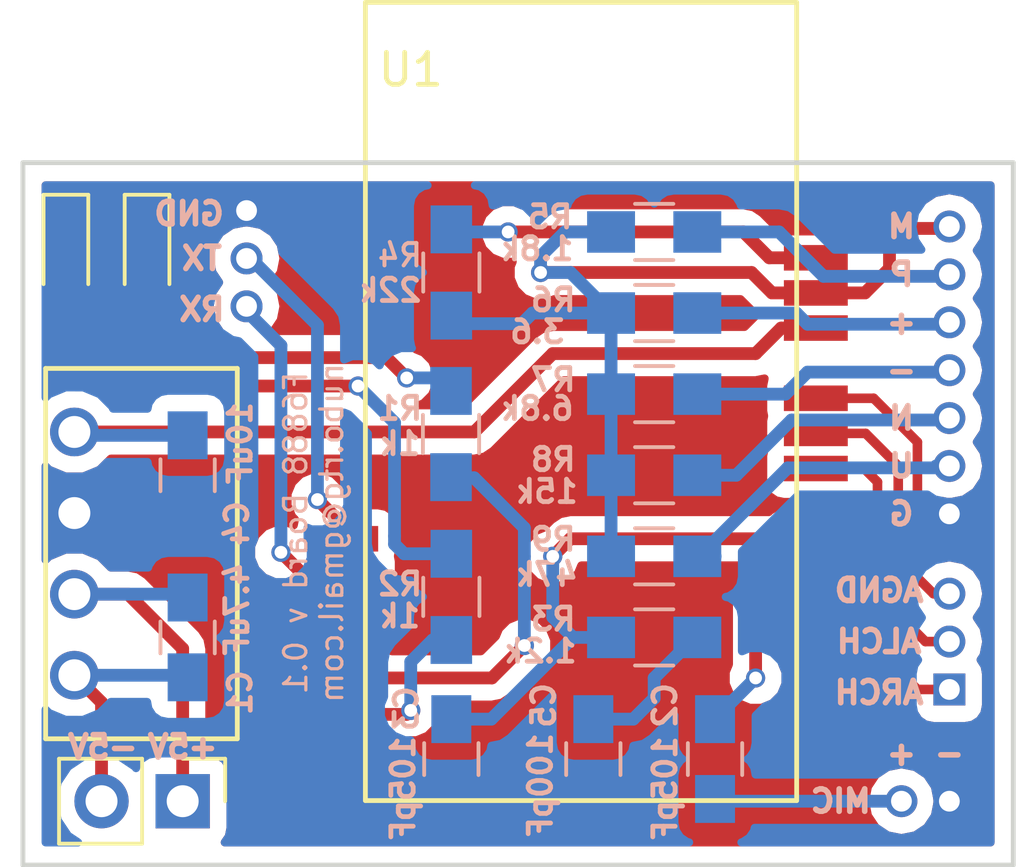
<source format=kicad_pcb>
(kicad_pcb (version 4) (host pcbnew 4.0.7)

  (general
    (links 45)
    (no_connects 2)
    (area 91.924999 87.924999 123.075001 110.075001)
    (thickness 1.6)
    (drawings 23)
    (tracks 140)
    (zones 0)
    (modules 23)
    (nets 25)
  )

  (page A4)
  (layers
    (0 F.Cu signal)
    (31 B.Cu signal)
    (32 B.Adhes user)
    (33 F.Adhes user)
    (34 B.Paste user)
    (35 F.Paste user)
    (36 B.SilkS user)
    (37 F.SilkS user)
    (38 B.Mask user)
    (39 F.Mask user)
    (40 Dwgs.User user)
    (41 Cmts.User user)
    (42 Eco1.User user)
    (43 Eco2.User user)
    (44 Edge.Cuts user)
    (45 Margin user)
    (46 B.CrtYd user)
    (47 F.CrtYd user)
    (48 B.Fab user)
    (49 F.Fab user)
  )

  (setup
    (last_trace_width 0.25)
    (user_trace_width 0.3)
    (user_trace_width 0.4)
    (user_trace_width 0.5)
    (trace_clearance 0.2)
    (zone_clearance 0.508)
    (zone_45_only no)
    (trace_min 0.2)
    (segment_width 0.2)
    (edge_width 0.15)
    (via_size 0.6)
    (via_drill 0.4)
    (via_min_size 0.4)
    (via_min_drill 0.3)
    (uvia_size 0.3)
    (uvia_drill 0.1)
    (uvias_allowed no)
    (uvia_min_size 0.2)
    (uvia_min_drill 0.1)
    (pcb_text_width 0.3)
    (pcb_text_size 1.5 1.5)
    (mod_edge_width 0.15)
    (mod_text_size 1 1)
    (mod_text_width 0.15)
    (pad_size 2 2)
    (pad_drill 1)
    (pad_to_mask_clearance 0.2)
    (aux_axis_origin 0 0)
    (visible_elements 7FFFFFFF)
    (pcbplotparams
      (layerselection 0x00030_80000001)
      (usegerberextensions false)
      (excludeedgelayer true)
      (linewidth 0.100000)
      (plotframeref false)
      (viasonmask false)
      (mode 1)
      (useauxorigin false)
      (hpglpennumber 1)
      (hpglpenspeed 20)
      (hpglpendiameter 15)
      (hpglpenoverlay 2)
      (psnegative false)
      (psa4output false)
      (plotreference true)
      (plotvalue true)
      (plotinvisibletext false)
      (padsonsilk false)
      (subtractmaskfromsilk false)
      (outputformat 1)
      (mirror false)
      (drillshape 0)
      (scaleselection 1)
      (outputdirectory ""))
  )

  (net 0 "")
  (net 1 "Net-(C1-Pad1)")
  (net 2 "Net-(C1-Pad2)")
  (net 3 "Net-(C2-Pad2)")
  (net 4 "Net-(C3-Pad1)")
  (net 5 GND)
  (net 6 "Net-(C4-Pad2)")
  (net 7 "Net-(J1-Pad2)")
  (net 8 "Net-(J1-Pad3)")
  (net 9 "Net-(J2-Pad1)")
  (net 10 "Net-(J2-Pad2)")
  (net 11 "Net-(J2-Pad3)")
  (net 12 "Net-(R1-Pad1)")
  (net 13 "Net-(R2-Pad1)")
  (net 14 "Net-(R4-Pad2)")
  (net 15 "Net-(C2-Pad1)")
  (net 16 "Net-(C5-Pad1)")
  (net 17 "Net-(D1-Pad2)")
  (net 18 "Net-(D2-Pad2)")
  (net 19 "Net-(J4-Pad2)")
  (net 20 "Net-(J4-Pad3)")
  (net 21 "Net-(J4-Pad4)")
  (net 22 "Net-(J4-Pad5)")
  (net 23 "Net-(J4-Pad6)")
  (net 24 "Net-(J4-Pad7)")

  (net_class Default "Это класс цепей по умолчанию."
    (clearance 0.2)
    (trace_width 0.25)
    (via_dia 0.6)
    (via_drill 0.4)
    (uvia_dia 0.3)
    (uvia_drill 0.1)
    (add_net GND)
    (add_net "Net-(C1-Pad1)")
    (add_net "Net-(C1-Pad2)")
    (add_net "Net-(C2-Pad1)")
    (add_net "Net-(C2-Pad2)")
    (add_net "Net-(C3-Pad1)")
    (add_net "Net-(C4-Pad2)")
    (add_net "Net-(C5-Pad1)")
    (add_net "Net-(D1-Pad2)")
    (add_net "Net-(D2-Pad2)")
    (add_net "Net-(J1-Pad2)")
    (add_net "Net-(J1-Pad3)")
    (add_net "Net-(J2-Pad1)")
    (add_net "Net-(J2-Pad2)")
    (add_net "Net-(J2-Pad3)")
    (add_net "Net-(J4-Pad2)")
    (add_net "Net-(J4-Pad3)")
    (add_net "Net-(J4-Pad4)")
    (add_net "Net-(J4-Pad5)")
    (add_net "Net-(J4-Pad6)")
    (add_net "Net-(J4-Pad7)")
    (add_net "Net-(R1-Pad1)")
    (add_net "Net-(R2-Pad1)")
    (add_net "Net-(R4-Pad2)")
  )

  (net_class 5v ""
    (clearance 0.2)
    (trace_width 0.3)
    (via_dia 0.6)
    (via_drill 0.4)
    (uvia_dia 0.3)
    (uvia_drill 0.1)
  )

  (module Capacitors_SMD:C_0805_HandSoldering (layer B.Cu) (tedit 5C52113C) (tstamp 5C239825)
    (at 97.155 102.87 90)
    (descr "Capacitor SMD 0805, hand soldering")
    (tags "capacitor 0805")
    (path /5C22523D)
    (attr smd)
    (fp_text reference C1 (at -1.73 1.645 90) (layer B.SilkS)
      (effects (font (size 0.7 0.7) (thickness 0.15)) (justify mirror))
    )
    (fp_text value 4.7uF (at 0.87 1.545 90) (layer B.SilkS)
      (effects (font (size 0.7 0.7) (thickness 0.15)) (justify mirror))
    )
    (fp_text user %R (at 0 1.75 90) (layer B.Fab)
      (effects (font (size 1 1) (thickness 0.15)) (justify mirror))
    )
    (fp_line (start -1 -0.62) (end -1 0.62) (layer B.Fab) (width 0.1))
    (fp_line (start 1 -0.62) (end -1 -0.62) (layer B.Fab) (width 0.1))
    (fp_line (start 1 0.62) (end 1 -0.62) (layer B.Fab) (width 0.1))
    (fp_line (start -1 0.62) (end 1 0.62) (layer B.Fab) (width 0.1))
    (fp_line (start 0.5 0.85) (end -0.5 0.85) (layer B.SilkS) (width 0.12))
    (fp_line (start -0.5 -0.85) (end 0.5 -0.85) (layer B.SilkS) (width 0.12))
    (fp_line (start -2.25 0.88) (end 2.25 0.88) (layer B.CrtYd) (width 0.05))
    (fp_line (start -2.25 0.88) (end -2.25 -0.87) (layer B.CrtYd) (width 0.05))
    (fp_line (start 2.25 -0.87) (end 2.25 0.88) (layer B.CrtYd) (width 0.05))
    (fp_line (start 2.25 -0.87) (end -2.25 -0.87) (layer B.CrtYd) (width 0.05))
    (pad 1 smd rect (at -1.25 0 90) (size 1.5 1.25) (layers B.Cu B.Paste B.Mask)
      (net 1 "Net-(C1-Pad1)"))
    (pad 2 smd rect (at 1.25 0 90) (size 1.5 1.25) (layers B.Cu B.Paste B.Mask)
      (net 2 "Net-(C1-Pad2)"))
    (model Capacitors_SMD.3dshapes/C_0805.wrl
      (at (xyz 0 0 0))
      (scale (xyz 1 1 1))
      (rotate (xyz 0 0 0))
    )
  )

  (module Capacitors_SMD:C_0805_HandSoldering (layer B.Cu) (tedit 5C520E8F) (tstamp 5C239836)
    (at 113.665 106.68 90)
    (descr "Capacitor SMD 0805, hand soldering")
    (tags "capacitor 0805")
    (path /5C20D933)
    (attr smd)
    (fp_text reference C2 (at 1.68 -1.565 90) (layer B.SilkS)
      (effects (font (size 0.7 0.7) (thickness 0.15)) (justify mirror))
    )
    (fp_text value 105pF (at -0.92 -1.565 90) (layer B.SilkS)
      (effects (font (size 0.7 0.7) (thickness 0.15)) (justify mirror))
    )
    (fp_text user %R (at 0 -1.905 90) (layer B.Fab)
      (effects (font (size 1 1) (thickness 0.15)) (justify mirror))
    )
    (fp_line (start -1 -0.62) (end -1 0.62) (layer B.Fab) (width 0.1))
    (fp_line (start 1 -0.62) (end -1 -0.62) (layer B.Fab) (width 0.1))
    (fp_line (start 1 0.62) (end 1 -0.62) (layer B.Fab) (width 0.1))
    (fp_line (start -1 0.62) (end 1 0.62) (layer B.Fab) (width 0.1))
    (fp_line (start 0.5 0.85) (end -0.5 0.85) (layer B.SilkS) (width 0.12))
    (fp_line (start -0.5 -0.85) (end 0.5 -0.85) (layer B.SilkS) (width 0.12))
    (fp_line (start -2.25 0.88) (end 2.25 0.88) (layer B.CrtYd) (width 0.05))
    (fp_line (start -2.25 0.88) (end -2.25 -0.87) (layer B.CrtYd) (width 0.05))
    (fp_line (start 2.25 -0.87) (end 2.25 0.88) (layer B.CrtYd) (width 0.05))
    (fp_line (start 2.25 -0.87) (end -2.25 -0.87) (layer B.CrtYd) (width 0.05))
    (pad 1 smd rect (at -1.25 0 90) (size 1.5 1.25) (layers B.Cu B.Paste B.Mask)
      (net 15 "Net-(C2-Pad1)"))
    (pad 2 smd rect (at 1.25 0 90) (size 1.5 1.25) (layers B.Cu B.Paste B.Mask)
      (net 3 "Net-(C2-Pad2)"))
    (model Capacitors_SMD.3dshapes/C_0805.wrl
      (at (xyz 0 0 0))
      (scale (xyz 1 1 1))
      (rotate (xyz 0 0 0))
    )
  )

  (module Capacitors_SMD:C_0805_HandSoldering (layer B.Cu) (tedit 5C520E30) (tstamp 5C239847)
    (at 105.41 106.68 270)
    (descr "Capacitor SMD 0805, hand soldering")
    (tags "capacitor 0805")
    (path /5C20D9B8)
    (attr smd)
    (fp_text reference C3 (at -1.58 1.41 270) (layer B.SilkS)
      (effects (font (size 0.7 0.7) (thickness 0.15)) (justify mirror))
    )
    (fp_text value 105pF (at 0.92 1.51 270) (layer B.SilkS)
      (effects (font (size 0.7 0.7) (thickness 0.15)) (justify mirror))
    )
    (fp_text user %R (at 0 1.75 270) (layer B.Fab)
      (effects (font (size 1 1) (thickness 0.15)) (justify mirror))
    )
    (fp_line (start -1 -0.62) (end -1 0.62) (layer B.Fab) (width 0.1))
    (fp_line (start 1 -0.62) (end -1 -0.62) (layer B.Fab) (width 0.1))
    (fp_line (start 1 0.62) (end 1 -0.62) (layer B.Fab) (width 0.1))
    (fp_line (start -1 0.62) (end 1 0.62) (layer B.Fab) (width 0.1))
    (fp_line (start 0.5 0.85) (end -0.5 0.85) (layer B.SilkS) (width 0.12))
    (fp_line (start -0.5 -0.85) (end 0.5 -0.85) (layer B.SilkS) (width 0.12))
    (fp_line (start -2.25 0.88) (end 2.25 0.88) (layer B.CrtYd) (width 0.05))
    (fp_line (start -2.25 0.88) (end -2.25 -0.87) (layer B.CrtYd) (width 0.05))
    (fp_line (start 2.25 -0.87) (end 2.25 0.88) (layer B.CrtYd) (width 0.05))
    (fp_line (start 2.25 -0.87) (end -2.25 -0.87) (layer B.CrtYd) (width 0.05))
    (pad 1 smd rect (at -1.25 0 270) (size 1.5 1.25) (layers B.Cu B.Paste B.Mask)
      (net 4 "Net-(C3-Pad1)"))
    (pad 2 smd rect (at 1.25 0 270) (size 1.5 1.25) (layers B.Cu B.Paste B.Mask)
      (net 5 GND))
    (model Capacitors_SMD.3dshapes/C_0805.wrl
      (at (xyz 0 0 0))
      (scale (xyz 1 1 1))
      (rotate (xyz 0 0 0))
    )
  )

  (module Capacitors_SMD:C_0805_HandSoldering (layer B.Cu) (tedit 5C52116C) (tstamp 5C239858)
    (at 97.155 97.79 90)
    (descr "Capacitor SMD 0805, hand soldering")
    (tags "capacitor 0805")
    (path /5C224E7F)
    (attr smd)
    (fp_text reference C4 (at -1.51 1.545 90) (layer B.SilkS)
      (effects (font (size 0.7 0.7) (thickness 0.15)) (justify mirror))
    )
    (fp_text value 10uF (at 0.99 1.645 90) (layer B.SilkS)
      (effects (font (size 0.7 0.7) (thickness 0.15)) (justify mirror))
    )
    (fp_text user %R (at 0 1.75 90) (layer B.Fab)
      (effects (font (size 1 1) (thickness 0.15)) (justify mirror))
    )
    (fp_line (start -1 -0.62) (end -1 0.62) (layer B.Fab) (width 0.1))
    (fp_line (start 1 -0.62) (end -1 -0.62) (layer B.Fab) (width 0.1))
    (fp_line (start 1 0.62) (end 1 -0.62) (layer B.Fab) (width 0.1))
    (fp_line (start -1 0.62) (end 1 0.62) (layer B.Fab) (width 0.1))
    (fp_line (start 0.5 0.85) (end -0.5 0.85) (layer B.SilkS) (width 0.12))
    (fp_line (start -0.5 -0.85) (end 0.5 -0.85) (layer B.SilkS) (width 0.12))
    (fp_line (start -2.25 0.88) (end 2.25 0.88) (layer B.CrtYd) (width 0.05))
    (fp_line (start -2.25 0.88) (end -2.25 -0.87) (layer B.CrtYd) (width 0.05))
    (fp_line (start 2.25 -0.87) (end 2.25 0.88) (layer B.CrtYd) (width 0.05))
    (fp_line (start 2.25 -0.87) (end -2.25 -0.87) (layer B.CrtYd) (width 0.05))
    (pad 1 smd rect (at -1.25 0 90) (size 1.5 1.25) (layers B.Cu B.Paste B.Mask)
      (net 5 GND))
    (pad 2 smd rect (at 1.25 0 90) (size 1.5 1.25) (layers B.Cu B.Paste B.Mask)
      (net 6 "Net-(C4-Pad2)"))
    (model Capacitors_SMD.3dshapes/C_0805.wrl
      (at (xyz 0 0 0))
      (scale (xyz 1 1 1))
      (rotate (xyz 0 0 0))
    )
  )

  (module Capacitors_SMD:C_0805_HandSoldering (layer B.Cu) (tedit 5C520E68) (tstamp 5C239869)
    (at 109.855 106.68 270)
    (descr "Capacitor SMD 0805, hand soldering")
    (tags "capacitor 0805")
    (path /5C211C8C)
    (attr smd)
    (fp_text reference C5 (at -1.68 1.555 270) (layer B.SilkS)
      (effects (font (size 0.7 0.7) (thickness 0.15)) (justify mirror))
    )
    (fp_text value 100pF (at 0.82 1.655 270) (layer B.SilkS)
      (effects (font (size 0.7 0.7) (thickness 0.15)) (justify mirror))
    )
    (fp_text user %R (at 0 1.75 270) (layer B.Fab)
      (effects (font (size 1 1) (thickness 0.15)) (justify mirror))
    )
    (fp_line (start -1 -0.62) (end -1 0.62) (layer B.Fab) (width 0.1))
    (fp_line (start 1 -0.62) (end -1 -0.62) (layer B.Fab) (width 0.1))
    (fp_line (start 1 0.62) (end 1 -0.62) (layer B.Fab) (width 0.1))
    (fp_line (start -1 0.62) (end 1 0.62) (layer B.Fab) (width 0.1))
    (fp_line (start 0.5 0.85) (end -0.5 0.85) (layer B.SilkS) (width 0.12))
    (fp_line (start -0.5 -0.85) (end 0.5 -0.85) (layer B.SilkS) (width 0.12))
    (fp_line (start -2.25 0.88) (end 2.25 0.88) (layer B.CrtYd) (width 0.05))
    (fp_line (start -2.25 0.88) (end -2.25 -0.87) (layer B.CrtYd) (width 0.05))
    (fp_line (start 2.25 -0.87) (end 2.25 0.88) (layer B.CrtYd) (width 0.05))
    (fp_line (start 2.25 -0.87) (end -2.25 -0.87) (layer B.CrtYd) (width 0.05))
    (pad 1 smd rect (at -1.25 0 270) (size 1.5 1.25) (layers B.Cu B.Paste B.Mask)
      (net 16 "Net-(C5-Pad1)"))
    (pad 2 smd rect (at 1.25 0 270) (size 1.5 1.25) (layers B.Cu B.Paste B.Mask)
      (net 5 GND))
    (model Capacitors_SMD.3dshapes/C_0805.wrl
      (at (xyz 0 0 0))
      (scale (xyz 1 1 1))
      (rotate (xyz 0 0 0))
    )
  )

  (module LEDs:LED_0805 (layer F.Cu) (tedit 5C52B1F7) (tstamp 5C23987F)
    (at 95.885 90.805 270)
    (descr "LED 0805 smd package")
    (tags "LED led 0805 SMD smd SMT smt smdled SMDLED smtled SMTLED")
    (path /5C226C8E)
    (attr smd)
    (fp_text reference D1 (at 2.667 0 270) (layer F.SilkS) hide
      (effects (font (size 0.7 0.7) (thickness 0.15)))
    )
    (fp_text value LED (at 0 1.55 270) (layer F.Fab) hide
      (effects (font (size 1 1) (thickness 0.15)))
    )
    (fp_line (start -1.8 -0.7) (end -1.8 0.7) (layer F.SilkS) (width 0.12))
    (fp_line (start -0.4 -0.4) (end -0.4 0.4) (layer F.Fab) (width 0.1))
    (fp_line (start -0.4 0) (end 0.2 -0.4) (layer F.Fab) (width 0.1))
    (fp_line (start 0.2 0.4) (end -0.4 0) (layer F.Fab) (width 0.1))
    (fp_line (start 0.2 -0.4) (end 0.2 0.4) (layer F.Fab) (width 0.1))
    (fp_line (start 1 0.6) (end -1 0.6) (layer F.Fab) (width 0.1))
    (fp_line (start 1 -0.6) (end 1 0.6) (layer F.Fab) (width 0.1))
    (fp_line (start -1 -0.6) (end 1 -0.6) (layer F.Fab) (width 0.1))
    (fp_line (start -1 0.6) (end -1 -0.6) (layer F.Fab) (width 0.1))
    (fp_line (start -1.8 0.7) (end 1 0.7) (layer F.SilkS) (width 0.12))
    (fp_line (start -1.8 -0.7) (end 1 -0.7) (layer F.SilkS) (width 0.12))
    (fp_line (start 1.95 -0.85) (end 1.95 0.85) (layer F.CrtYd) (width 0.05))
    (fp_line (start 1.95 0.85) (end -1.95 0.85) (layer F.CrtYd) (width 0.05))
    (fp_line (start -1.95 0.85) (end -1.95 -0.85) (layer F.CrtYd) (width 0.05))
    (fp_line (start -1.95 -0.85) (end 1.95 -0.85) (layer F.CrtYd) (width 0.05))
    (fp_text user %R (at 0 -1.25 270) (layer F.Fab) hide
      (effects (font (size 0.4 0.4) (thickness 0.1)))
    )
    (pad 2 smd rect (at 1.1 0 90) (size 1.2 1.2) (layers F.Cu F.Paste F.Mask)
      (net 17 "Net-(D1-Pad2)"))
    (pad 1 smd rect (at -1.1 0 90) (size 1.2 1.2) (layers F.Cu F.Paste F.Mask)
      (net 5 GND))
    (model ${KISYS3DMOD}/LEDs.3dshapes/LED_0805.wrl
      (at (xyz 0 0 0))
      (scale (xyz 1 1 1))
      (rotate (xyz 0 0 180))
    )
  )

  (module LEDs:LED_0805 (layer F.Cu) (tedit 5C52B1F5) (tstamp 5C239895)
    (at 93.345 90.805 270)
    (descr "LED 0805 smd package")
    (tags "LED led 0805 SMD smd SMT smt smdled SMDLED smtled SMTLED")
    (path /5C226CFA)
    (attr smd)
    (fp_text reference D2 (at 2.667 0 270) (layer F.SilkS) hide
      (effects (font (size 0.7 0.7) (thickness 0.15)))
    )
    (fp_text value LED (at 0 1.55 270) (layer F.Fab) hide
      (effects (font (size 1 1) (thickness 0.15)))
    )
    (fp_line (start -1.8 -0.7) (end -1.8 0.7) (layer F.SilkS) (width 0.12))
    (fp_line (start -0.4 -0.4) (end -0.4 0.4) (layer F.Fab) (width 0.1))
    (fp_line (start -0.4 0) (end 0.2 -0.4) (layer F.Fab) (width 0.1))
    (fp_line (start 0.2 0.4) (end -0.4 0) (layer F.Fab) (width 0.1))
    (fp_line (start 0.2 -0.4) (end 0.2 0.4) (layer F.Fab) (width 0.1))
    (fp_line (start 1 0.6) (end -1 0.6) (layer F.Fab) (width 0.1))
    (fp_line (start 1 -0.6) (end 1 0.6) (layer F.Fab) (width 0.1))
    (fp_line (start -1 -0.6) (end 1 -0.6) (layer F.Fab) (width 0.1))
    (fp_line (start -1 0.6) (end -1 -0.6) (layer F.Fab) (width 0.1))
    (fp_line (start -1.8 0.7) (end 1 0.7) (layer F.SilkS) (width 0.12))
    (fp_line (start -1.8 -0.7) (end 1 -0.7) (layer F.SilkS) (width 0.12))
    (fp_line (start 1.95 -0.85) (end 1.95 0.85) (layer F.CrtYd) (width 0.05))
    (fp_line (start 1.95 0.85) (end -1.95 0.85) (layer F.CrtYd) (width 0.05))
    (fp_line (start -1.95 0.85) (end -1.95 -0.85) (layer F.CrtYd) (width 0.05))
    (fp_line (start -1.95 -0.85) (end 1.95 -0.85) (layer F.CrtYd) (width 0.05))
    (fp_text user %R (at 0 -1.25 270) (layer F.Fab) hide
      (effects (font (size 0.4 0.4) (thickness 0.1)))
    )
    (pad 2 smd rect (at 1.1 0 90) (size 1.2 1.2) (layers F.Cu F.Paste F.Mask)
      (net 18 "Net-(D2-Pad2)"))
    (pad 1 smd rect (at -1.1 0 90) (size 1.2 1.2) (layers F.Cu F.Paste F.Mask)
      (net 5 GND))
    (model ${KISYS3DMOD}/LEDs.3dshapes/LED_0805.wrl
      (at (xyz 0 0 0))
      (scale (xyz 1 1 1))
      (rotate (xyz 0 0 180))
    )
  )

  (module F6888:B0505S-1w (layer F.Cu) (tedit 5C52B1FD) (tstamp 5C2398A1)
    (at 92.71 106.045 90)
    (path /5C224B5E)
    (fp_text reference B0505 (at 6.01 2.83 90) (layer F.SilkS) hide
      (effects (font (size 0.7 0.7) (thickness 0.15)))
    )
    (fp_text value DC (at 6.01 4.61 90) (layer F.Fab)
      (effects (font (size 1 1) (thickness 0.15)))
    )
    (fp_line (start 0 0) (end 0 6) (layer F.SilkS) (width 0.15))
    (fp_line (start 0 6) (end 11.6 6) (layer F.SilkS) (width 0.15))
    (fp_line (start 11.6 0) (end 11.6 6) (layer F.SilkS) (width 0.15))
    (fp_line (start 0 0) (end 11.6 0) (layer F.SilkS) (width 0.15))
    (pad 1 thru_hole circle (at 1.99 0.9 90) (size 1.524 1.524) (drill 1) (layers *.Cu *.Mask)
      (net 1 "Net-(C1-Pad1)"))
    (pad 2 thru_hole circle (at 4.53 0.9 90) (size 1.524 1.524) (drill 1) (layers *.Cu *.Mask)
      (net 2 "Net-(C1-Pad2)"))
    (pad 3 thru_hole circle (at 7.07 0.9 90) (size 1.524 1.524) (drill 1) (layers *.Cu *.Mask)
      (net 5 GND))
    (pad 4 thru_hole circle (at 9.61 0.9 90) (size 1.524 1.524) (drill 1) (layers *.Cu *.Mask)
      (net 6 "Net-(C4-Pad2)"))
  )

  (module Resistors_SMD:R_0805_HandSoldering (layer B.Cu) (tedit 5C51D77F) (tstamp 5C239956)
    (at 105.41 101.6 90)
    (descr "Resistor SMD 0805, hand soldering")
    (tags "resistor 0805")
    (path /5C226721)
    (attr smd)
    (fp_text reference R2 (at 0.4 -1.61 180) (layer B.SilkS)
      (effects (font (size 0.7 0.7) (thickness 0.15)) (justify mirror))
    )
    (fp_text value 1k (at -0.6 -1.61 180) (layer B.SilkS)
      (effects (font (size 0.7 0.7) (thickness 0.15)) (justify mirror))
    )
    (fp_text user %R (at 0 0 90) (layer B.Fab)
      (effects (font (size 0.5 0.5) (thickness 0.075)) (justify mirror))
    )
    (fp_line (start -1 -0.62) (end -1 0.62) (layer B.Fab) (width 0.1))
    (fp_line (start 1 -0.62) (end -1 -0.62) (layer B.Fab) (width 0.1))
    (fp_line (start 1 0.62) (end 1 -0.62) (layer B.Fab) (width 0.1))
    (fp_line (start -1 0.62) (end 1 0.62) (layer B.Fab) (width 0.1))
    (fp_line (start 0.6 -0.88) (end -0.6 -0.88) (layer B.SilkS) (width 0.12))
    (fp_line (start -0.6 0.88) (end 0.6 0.88) (layer B.SilkS) (width 0.12))
    (fp_line (start -2.35 0.9) (end 2.35 0.9) (layer B.CrtYd) (width 0.05))
    (fp_line (start -2.35 0.9) (end -2.35 -0.9) (layer B.CrtYd) (width 0.05))
    (fp_line (start 2.35 -0.9) (end 2.35 0.9) (layer B.CrtYd) (width 0.05))
    (fp_line (start 2.35 -0.9) (end -2.35 -0.9) (layer B.CrtYd) (width 0.05))
    (pad 1 smd rect (at -1.35 0 90) (size 1.5 1.3) (layers B.Cu B.Paste B.Mask)
      (net 13 "Net-(R2-Pad1)"))
    (pad 2 smd rect (at 1.35 0 90) (size 1.5 1.3) (layers B.Cu B.Paste B.Mask)
      (net 18 "Net-(D2-Pad2)"))
    (model ${KISYS3DMOD}/Resistors_SMD.3dshapes/R_0805.wrl
      (at (xyz 0 0 0))
      (scale (xyz 1 1 1))
      (rotate (xyz 0 0 0))
    )
  )

  (module Resistors_SMD:R_0805_HandSoldering (layer B.Cu) (tedit 5C51E295) (tstamp 5C239967)
    (at 111.76 102.87 180)
    (descr "Resistor SMD 0805, hand soldering")
    (tags "resistor 0805")
    (path /5C226EBD)
    (attr smd)
    (fp_text reference R3 (at 3.16 0.57 180) (layer B.SilkS)
      (effects (font (size 0.7 0.7) (thickness 0.15)) (justify mirror))
    )
    (fp_text value 1.2k (at 3.56 -0.43 180) (layer B.SilkS)
      (effects (font (size 0.7 0.7) (thickness 0.15)) (justify mirror))
    )
    (fp_text user %R (at 0 0 270) (layer B.Fab)
      (effects (font (size 0.5 0.5) (thickness 0.075)) (justify mirror))
    )
    (fp_line (start -1 -0.62) (end -1 0.62) (layer B.Fab) (width 0.1))
    (fp_line (start 1 -0.62) (end -1 -0.62) (layer B.Fab) (width 0.1))
    (fp_line (start 1 0.62) (end 1 -0.62) (layer B.Fab) (width 0.1))
    (fp_line (start -1 0.62) (end 1 0.62) (layer B.Fab) (width 0.1))
    (fp_line (start 0.6 -0.88) (end -0.6 -0.88) (layer B.SilkS) (width 0.12))
    (fp_line (start -0.6 0.88) (end 0.6 0.88) (layer B.SilkS) (width 0.12))
    (fp_line (start -2.35 0.9) (end 2.35 0.9) (layer B.CrtYd) (width 0.05))
    (fp_line (start -2.35 0.9) (end -2.35 -0.9) (layer B.CrtYd) (width 0.05))
    (fp_line (start 2.35 -0.9) (end 2.35 0.9) (layer B.CrtYd) (width 0.05))
    (fp_line (start 2.35 -0.9) (end -2.35 -0.9) (layer B.CrtYd) (width 0.05))
    (pad 1 smd rect (at -1.35 0 180) (size 1.5 1.3) (layers B.Cu B.Paste B.Mask)
      (net 16 "Net-(C5-Pad1)"))
    (pad 2 smd rect (at 1.35 0 180) (size 1.5 1.3) (layers B.Cu B.Paste B.Mask)
      (net 4 "Net-(C3-Pad1)"))
    (model ${KISYS3DMOD}/Resistors_SMD.3dshapes/R_0805.wrl
      (at (xyz 0 0 0))
      (scale (xyz 1 1 1))
      (rotate (xyz 0 0 0))
    )
  )

  (module Resistors_SMD:R_0805_HandSoldering (layer B.Cu) (tedit 5C51D762) (tstamp 5C239978)
    (at 105.41 91.44 90)
    (descr "Resistor SMD 0805, hand soldering")
    (tags "resistor 0805")
    (path /5C20D66F)
    (attr smd)
    (fp_text reference R4 (at 0.54 -1.61 180) (layer B.SilkS)
      (effects (font (size 0.7 0.7) (thickness 0.125)) (justify mirror))
    )
    (fp_text value 22k (at -0.56 -1.91 180) (layer B.SilkS)
      (effects (font (size 0.7 0.7) (thickness 0.15)) (justify mirror))
    )
    (fp_text user %R (at 0 0 90) (layer B.Fab)
      (effects (font (size 0.5 0.5) (thickness 0.075)) (justify mirror))
    )
    (fp_line (start -1 -0.62) (end -1 0.62) (layer B.Fab) (width 0.1))
    (fp_line (start 1 -0.62) (end -1 -0.62) (layer B.Fab) (width 0.1))
    (fp_line (start 1 0.62) (end 1 -0.62) (layer B.Fab) (width 0.1))
    (fp_line (start -1 0.62) (end 1 0.62) (layer B.Fab) (width 0.1))
    (fp_line (start 0.6 -0.88) (end -0.6 -0.88) (layer B.SilkS) (width 0.12))
    (fp_line (start -0.6 0.88) (end 0.6 0.88) (layer B.SilkS) (width 0.12))
    (fp_line (start -2.35 0.9) (end 2.35 0.9) (layer B.CrtYd) (width 0.05))
    (fp_line (start -2.35 0.9) (end -2.35 -0.9) (layer B.CrtYd) (width 0.05))
    (fp_line (start 2.35 -0.9) (end 2.35 0.9) (layer B.CrtYd) (width 0.05))
    (fp_line (start 2.35 -0.9) (end -2.35 -0.9) (layer B.CrtYd) (width 0.05))
    (pad 1 smd rect (at -1.35 0 90) (size 1.5 1.3) (layers B.Cu B.Paste B.Mask)
      (net 24 "Net-(J4-Pad7)"))
    (pad 2 smd rect (at 1.35 0 90) (size 1.5 1.3) (layers B.Cu B.Paste B.Mask)
      (net 14 "Net-(R4-Pad2)"))
    (model ${KISYS3DMOD}/Resistors_SMD.3dshapes/R_0805.wrl
      (at (xyz 0 0 0))
      (scale (xyz 1 1 1))
      (rotate (xyz 0 0 0))
    )
  )

  (module Resistors_SMD:R_0805_HandSoldering (layer B.Cu) (tedit 5C51D870) (tstamp 5C239989)
    (at 111.76 90.17 180)
    (descr "Resistor SMD 0805, hand soldering")
    (tags "resistor 0805")
    (path /5C20D74C)
    (attr smd)
    (fp_text reference R5 (at 3.26 0.47 180) (layer B.SilkS)
      (effects (font (size 0.7 0.7) (thickness 0.15)) (justify mirror))
    )
    (fp_text value 1.8k (at 3.66 -0.53 180) (layer B.SilkS)
      (effects (font (size 0.7 0.7) (thickness 0.15)) (justify mirror))
    )
    (fp_text user %R (at 0 0 180) (layer B.Fab)
      (effects (font (size 0.5 0.5) (thickness 0.075)) (justify mirror))
    )
    (fp_line (start -1 -0.62) (end -1 0.62) (layer B.Fab) (width 0.1))
    (fp_line (start 1 -0.62) (end -1 -0.62) (layer B.Fab) (width 0.1))
    (fp_line (start 1 0.62) (end 1 -0.62) (layer B.Fab) (width 0.1))
    (fp_line (start -1 0.62) (end 1 0.62) (layer B.Fab) (width 0.1))
    (fp_line (start 0.6 -0.88) (end -0.6 -0.88) (layer B.SilkS) (width 0.12))
    (fp_line (start -0.6 0.88) (end 0.6 0.88) (layer B.SilkS) (width 0.12))
    (fp_line (start -2.35 0.9) (end 2.35 0.9) (layer B.CrtYd) (width 0.05))
    (fp_line (start -2.35 0.9) (end -2.35 -0.9) (layer B.CrtYd) (width 0.05))
    (fp_line (start 2.35 -0.9) (end 2.35 0.9) (layer B.CrtYd) (width 0.05))
    (fp_line (start 2.35 -0.9) (end -2.35 -0.9) (layer B.CrtYd) (width 0.05))
    (pad 1 smd rect (at -1.35 0 180) (size 1.5 1.3) (layers B.Cu B.Paste B.Mask)
      (net 23 "Net-(J4-Pad6)"))
    (pad 2 smd rect (at 1.35 0 180) (size 1.5 1.3) (layers B.Cu B.Paste B.Mask)
      (net 24 "Net-(J4-Pad7)"))
    (model ${KISYS3DMOD}/Resistors_SMD.3dshapes/R_0805.wrl
      (at (xyz 0 0 0))
      (scale (xyz 1 1 1))
      (rotate (xyz 0 0 0))
    )
  )

  (module Resistors_SMD:R_0805_HandSoldering (layer B.Cu) (tedit 5C51D8A6) (tstamp 5C23999A)
    (at 111.76 92.71 180)
    (descr "Resistor SMD 0805, hand soldering")
    (tags "resistor 0805")
    (path /5C20D7E3)
    (attr smd)
    (fp_text reference R6 (at 3.16 0.41 180) (layer B.SilkS)
      (effects (font (size 0.7 0.7) (thickness 0.15)) (justify mirror))
    )
    (fp_text value 3.6 (at 3.66 -0.59 180) (layer B.SilkS)
      (effects (font (size 0.7 0.7) (thickness 0.15)) (justify mirror))
    )
    (fp_text user %R (at 0 0 180) (layer B.Fab)
      (effects (font (size 0.5 0.5) (thickness 0.075)) (justify mirror))
    )
    (fp_line (start -1 -0.62) (end -1 0.62) (layer B.Fab) (width 0.1))
    (fp_line (start 1 -0.62) (end -1 -0.62) (layer B.Fab) (width 0.1))
    (fp_line (start 1 0.62) (end 1 -0.62) (layer B.Fab) (width 0.1))
    (fp_line (start -1 0.62) (end 1 0.62) (layer B.Fab) (width 0.1))
    (fp_line (start 0.6 -0.88) (end -0.6 -0.88) (layer B.SilkS) (width 0.12))
    (fp_line (start -0.6 0.88) (end 0.6 0.88) (layer B.SilkS) (width 0.12))
    (fp_line (start -2.35 0.9) (end 2.35 0.9) (layer B.CrtYd) (width 0.05))
    (fp_line (start -2.35 0.9) (end -2.35 -0.9) (layer B.CrtYd) (width 0.05))
    (fp_line (start 2.35 -0.9) (end 2.35 0.9) (layer B.CrtYd) (width 0.05))
    (fp_line (start 2.35 -0.9) (end -2.35 -0.9) (layer B.CrtYd) (width 0.05))
    (pad 1 smd rect (at -1.35 0 180) (size 1.5 1.3) (layers B.Cu B.Paste B.Mask)
      (net 22 "Net-(J4-Pad5)"))
    (pad 2 smd rect (at 1.35 0 180) (size 1.5 1.3) (layers B.Cu B.Paste B.Mask)
      (net 24 "Net-(J4-Pad7)"))
    (model ${KISYS3DMOD}/Resistors_SMD.3dshapes/R_0805.wrl
      (at (xyz 0 0 0))
      (scale (xyz 1 1 1))
      (rotate (xyz 0 0 0))
    )
  )

  (module Resistors_SMD:R_0805_HandSoldering (layer B.Cu) (tedit 5C51D8BC) (tstamp 5C2399AB)
    (at 111.76 95.25 180)
    (descr "Resistor SMD 0805, hand soldering")
    (tags "resistor 0805")
    (path /5C20D888)
    (attr smd)
    (fp_text reference R7 (at 3.16 0.45 180) (layer B.SilkS)
      (effects (font (size 0.7 0.7) (thickness 0.15)) (justify mirror))
    )
    (fp_text value 6.8k (at 3.66 -0.45 180) (layer B.SilkS)
      (effects (font (size 0.7 0.7) (thickness 0.15)) (justify mirror))
    )
    (fp_text user %R (at 0 0 180) (layer B.Fab)
      (effects (font (size 0.5 0.5) (thickness 0.075)) (justify mirror))
    )
    (fp_line (start -1 -0.62) (end -1 0.62) (layer B.Fab) (width 0.1))
    (fp_line (start 1 -0.62) (end -1 -0.62) (layer B.Fab) (width 0.1))
    (fp_line (start 1 0.62) (end 1 -0.62) (layer B.Fab) (width 0.1))
    (fp_line (start -1 0.62) (end 1 0.62) (layer B.Fab) (width 0.1))
    (fp_line (start 0.6 -0.88) (end -0.6 -0.88) (layer B.SilkS) (width 0.12))
    (fp_line (start -0.6 0.88) (end 0.6 0.88) (layer B.SilkS) (width 0.12))
    (fp_line (start -2.35 0.9) (end 2.35 0.9) (layer B.CrtYd) (width 0.05))
    (fp_line (start -2.35 0.9) (end -2.35 -0.9) (layer B.CrtYd) (width 0.05))
    (fp_line (start 2.35 -0.9) (end 2.35 0.9) (layer B.CrtYd) (width 0.05))
    (fp_line (start 2.35 -0.9) (end -2.35 -0.9) (layer B.CrtYd) (width 0.05))
    (pad 1 smd rect (at -1.35 0 180) (size 1.5 1.3) (layers B.Cu B.Paste B.Mask)
      (net 21 "Net-(J4-Pad4)"))
    (pad 2 smd rect (at 1.35 0 180) (size 1.5 1.3) (layers B.Cu B.Paste B.Mask)
      (net 24 "Net-(J4-Pad7)"))
    (model ${KISYS3DMOD}/Resistors_SMD.3dshapes/R_0805.wrl
      (at (xyz 0 0 0))
      (scale (xyz 1 1 1))
      (rotate (xyz 0 0 0))
    )
  )

  (module Resistors_SMD:R_0805_HandSoldering (layer B.Cu) (tedit 5C51DBBE) (tstamp 5C2399BC)
    (at 111.76 97.79 180)
    (descr "Resistor SMD 0805, hand soldering")
    (tags "resistor 0805")
    (path /5C20D8AD)
    (attr smd)
    (fp_text reference R8 (at 3.16 0.49 180) (layer B.SilkS)
      (effects (font (size 0.7 0.7) (thickness 0.15)) (justify mirror))
    )
    (fp_text value 15k (at 3.36 -0.51 180) (layer B.SilkS)
      (effects (font (size 0.7 0.7) (thickness 0.15)) (justify mirror))
    )
    (fp_text user %R (at 0 0 180) (layer B.Fab)
      (effects (font (size 0.5 0.5) (thickness 0.075)) (justify mirror))
    )
    (fp_line (start -1 -0.62) (end -1 0.62) (layer B.Fab) (width 0.1))
    (fp_line (start 1 -0.62) (end -1 -0.62) (layer B.Fab) (width 0.1))
    (fp_line (start 1 0.62) (end 1 -0.62) (layer B.Fab) (width 0.1))
    (fp_line (start -1 0.62) (end 1 0.62) (layer B.Fab) (width 0.1))
    (fp_line (start 0.6 -0.88) (end -0.6 -0.88) (layer B.SilkS) (width 0.12))
    (fp_line (start -0.6 0.88) (end 0.6 0.88) (layer B.SilkS) (width 0.12))
    (fp_line (start -2.35 0.9) (end 2.35 0.9) (layer B.CrtYd) (width 0.05))
    (fp_line (start -2.35 0.9) (end -2.35 -0.9) (layer B.CrtYd) (width 0.05))
    (fp_line (start 2.35 -0.9) (end 2.35 0.9) (layer B.CrtYd) (width 0.05))
    (fp_line (start 2.35 -0.9) (end -2.35 -0.9) (layer B.CrtYd) (width 0.05))
    (pad 1 smd rect (at -1.35 0 180) (size 1.5 1.3) (layers B.Cu B.Paste B.Mask)
      (net 20 "Net-(J4-Pad3)"))
    (pad 2 smd rect (at 1.35 0 180) (size 1.5 1.3) (layers B.Cu B.Paste B.Mask)
      (net 24 "Net-(J4-Pad7)"))
    (model ${KISYS3DMOD}/Resistors_SMD.3dshapes/R_0805.wrl
      (at (xyz 0 0 0))
      (scale (xyz 1 1 1))
      (rotate (xyz 0 0 0))
    )
  )

  (module Resistors_SMD:R_0805_HandSoldering (layer B.Cu) (tedit 5C51DBD1) (tstamp 5C2399CD)
    (at 111.76 100.33 180)
    (descr "Resistor SMD 0805, hand soldering")
    (tags "resistor 0805")
    (path /5C20D90A)
    (attr smd)
    (fp_text reference R9 (at 3.16 0.53 180) (layer B.SilkS)
      (effects (font (size 0.7 0.7) (thickness 0.15)) (justify mirror))
    )
    (fp_text value 47k (at 3.36 -0.57 180) (layer B.SilkS)
      (effects (font (size 0.7 0.7) (thickness 0.15)) (justify mirror))
    )
    (fp_text user %R (at 0 0 180) (layer B.Fab)
      (effects (font (size 0.5 0.5) (thickness 0.075)) (justify mirror))
    )
    (fp_line (start -1 -0.62) (end -1 0.62) (layer B.Fab) (width 0.1))
    (fp_line (start 1 -0.62) (end -1 -0.62) (layer B.Fab) (width 0.1))
    (fp_line (start 1 0.62) (end 1 -0.62) (layer B.Fab) (width 0.1))
    (fp_line (start -1 0.62) (end 1 0.62) (layer B.Fab) (width 0.1))
    (fp_line (start 0.6 -0.88) (end -0.6 -0.88) (layer B.SilkS) (width 0.12))
    (fp_line (start -0.6 0.88) (end 0.6 0.88) (layer B.SilkS) (width 0.12))
    (fp_line (start -2.35 0.9) (end 2.35 0.9) (layer B.CrtYd) (width 0.05))
    (fp_line (start -2.35 0.9) (end -2.35 -0.9) (layer B.CrtYd) (width 0.05))
    (fp_line (start 2.35 -0.9) (end 2.35 0.9) (layer B.CrtYd) (width 0.05))
    (fp_line (start 2.35 -0.9) (end -2.35 -0.9) (layer B.CrtYd) (width 0.05))
    (pad 1 smd rect (at -1.35 0 180) (size 1.5 1.3) (layers B.Cu B.Paste B.Mask)
      (net 19 "Net-(J4-Pad2)"))
    (pad 2 smd rect (at 1.35 0 180) (size 1.5 1.3) (layers B.Cu B.Paste B.Mask)
      (net 24 "Net-(J4-Pad7)"))
    (model ${KISYS3DMOD}/Resistors_SMD.3dshapes/R_0805.wrl
      (at (xyz 0 0 0))
      (scale (xyz 1 1 1))
      (rotate (xyz 0 0 0))
    )
  )

  (module F6888:F6888-S (layer F.Cu) (tedit 5C23CB5E) (tstamp 5C2399E5)
    (at 109.22 93.98)
    (path /5C20D497)
    (fp_text reference U1 (at -5.08 -8.89) (layer F.SilkS)
      (effects (font (size 1 1) (thickness 0.15)))
    )
    (fp_text value F6888 (at -3.81 -10.16) (layer F.Fab)
      (effects (font (size 1 1) (thickness 0.15)))
    )
    (fp_line (start -6.5 -11) (end -6.5 14) (layer F.SilkS) (width 0.15))
    (fp_line (start 7 14) (end -6.5 14) (layer F.SilkS) (width 0.15))
    (fp_line (start 7 -11) (end 7 14) (layer F.SilkS) (width 0.15))
    (fp_line (start -6.5 -11) (end 7 -11) (layer F.SilkS) (width 0.15))
    (pad 1 smd rect (at -7.1 -4.1) (size 2 0.8) (layers F.Cu F.Paste F.Mask)
      (net 5 GND))
    (pad 10 smd rect (at -7.1 5.8) (size 2 0.8) (layers F.Cu F.Paste F.Mask)
      (net 7 "Net-(J1-Pad2)"))
    (pad 11 smd rect (at -7.1 6.9) (size 2 0.8) (layers F.Cu F.Paste F.Mask)
      (net 8 "Net-(J1-Pad3)"))
    (pad 14 smd rect (at -7.1 10.2) (size 2 0.8) (layers F.Cu F.Paste F.Mask)
      (net 12 "Net-(R1-Pad1)"))
    (pad 15 smd rect (at -7.1 11.3) (size 2 0.8) (layers F.Cu F.Paste F.Mask)
      (net 13 "Net-(R2-Pad1)"))
    (pad 16 smd rect (at -7.1 12.4) (size 2 0.8) (layers F.Cu F.Paste F.Mask)
      (net 5 GND))
    (pad 25 smd rect (at 7.6 12.4) (size 2 0.8) (layers F.Cu F.Paste F.Mask)
      (net 5 GND))
    (pad 30 smd rect (at 7.6 6.9) (size 2 0.8) (layers F.Cu F.Paste F.Mask)
      (net 3 "Net-(C2-Pad2)"))
    (pad 31 smd rect (at 7.6 5.8) (size 2 0.8) (layers F.Cu F.Paste F.Mask)
      (net 4 "Net-(C3-Pad1)"))
    (pad 33 smd rect (at 7.6 3.6) (size 2 0.8) (layers F.Cu F.Paste F.Mask)
      (net 9 "Net-(J2-Pad1)"))
    (pad 34 smd rect (at 7.6 2.5) (size 2 0.8) (layers F.Cu F.Paste F.Mask)
      (net 10 "Net-(J2-Pad2)"))
    (pad 35 smd rect (at 7.6 1.4) (size 2 0.8) (layers F.Cu F.Paste F.Mask)
      (net 11 "Net-(J2-Pad3)"))
    (pad 37 smd rect (at 7.6 -0.8) (size 2 0.8) (layers F.Cu F.Paste F.Mask)
      (net 6 "Net-(C4-Pad2)"))
    (pad 38 smd rect (at 7.6 -1.9) (size 2 0.8) (layers F.Cu F.Paste F.Mask)
      (net 24 "Net-(J4-Pad7)"))
    (pad 39 smd rect (at 7.6 -3) (size 2 0.8) (layers F.Cu F.Paste F.Mask)
      (net 14 "Net-(R4-Pad2)"))
    (pad 40 smd rect (at 7.6 -4.1) (size 2 0.8) (layers F.Cu F.Paste F.Mask)
      (net 5 GND))
  )

  (module Pin_Headers:Pin_Header_Straight_1x02_Pitch2.54mm (layer F.Cu) (tedit 5C52ADB0) (tstamp 5C26589D)
    (at 97 108 270)
    (descr "Through hole straight pin header, 1x02, 2.54mm pitch, single row")
    (tags "Through hole pin header THT 1x02 2.54mm single row")
    (path /5C2298F9)
    (fp_text reference J6 (at 0 -2.33 270) (layer F.SilkS) hide
      (effects (font (size 0.7 0.7) (thickness 0.15)))
    )
    (fp_text value in (at 0 4.87 270) (layer F.Fab)
      (effects (font (size 1 1) (thickness 0.15)))
    )
    (fp_line (start -0.635 -1.27) (end 1.27 -1.27) (layer F.Fab) (width 0.1))
    (fp_line (start 1.27 -1.27) (end 1.27 3.81) (layer F.Fab) (width 0.1))
    (fp_line (start 1.27 3.81) (end -1.27 3.81) (layer F.Fab) (width 0.1))
    (fp_line (start -1.27 3.81) (end -1.27 -0.635) (layer F.Fab) (width 0.1))
    (fp_line (start -1.27 -0.635) (end -0.635 -1.27) (layer F.Fab) (width 0.1))
    (fp_line (start -1.33 3.87) (end 1.33 3.87) (layer F.SilkS) (width 0.12))
    (fp_line (start -1.33 1.27) (end -1.33 3.87) (layer F.SilkS) (width 0.12))
    (fp_line (start 1.33 1.27) (end 1.33 3.87) (layer F.SilkS) (width 0.12))
    (fp_line (start -1.33 1.27) (end 1.33 1.27) (layer F.SilkS) (width 0.12))
    (fp_line (start -1.33 0) (end -1.33 -1.33) (layer F.SilkS) (width 0.12))
    (fp_line (start -1.33 -1.33) (end 0 -1.33) (layer F.SilkS) (width 0.12))
    (fp_line (start -1.8 -1.8) (end -1.8 4.35) (layer F.CrtYd) (width 0.05))
    (fp_line (start -1.8 4.35) (end 1.8 4.35) (layer F.CrtYd) (width 0.05))
    (fp_line (start 1.8 4.35) (end 1.8 -1.8) (layer F.CrtYd) (width 0.05))
    (fp_line (start 1.8 -1.8) (end -1.8 -1.8) (layer F.CrtYd) (width 0.05))
    (fp_text user %R (at 0 1.27 360) (layer F.Fab)
      (effects (font (size 1 1) (thickness 0.15)))
    )
    (pad 1 thru_hole rect (at 0 0 270) (size 1.7 1.7) (drill 1) (layers *.Cu *.Mask)
      (net 2 "Net-(C1-Pad2)"))
    (pad 2 thru_hole oval (at 0 2.54 270) (size 1.7 1.7) (drill 1) (layers *.Cu *.Mask)
      (net 1 "Net-(C1-Pad1)"))
    (model ${KISYS3DMOD}/Pin_Headers.3dshapes/Pin_Header_Straight_1x02_Pitch2.54mm.wrl
      (at (xyz 0 0 0))
      (scale (xyz 1 1 1))
      (rotate (xyz 0 0 0))
    )
  )

  (module F6888:Pin_Header_Straight_1x07_Pitch1.50mm (layer F.Cu) (tedit 5C52B1F0) (tstamp 5C51BF1E)
    (at 121 99 180)
    (descr "Through hole straight pin header, 1x07, 1.27mm pitch, single row")
    (tags "Through hole pin header THT 1x07 1.27mm single row")
    (path /5C23B421)
    (fp_text reference J4 (at 0 10 180) (layer F.SilkS) hide
      (effects (font (size 0.7 0.7) (thickness 0.15)))
    )
    (fp_text value Conn_01x07_Male (at 0 10.5 180) (layer F.Fab) hide
      (effects (font (size 1 1) (thickness 0.15)))
    )
    (fp_text user %R (at 0 5 270) (layer F.Fab)
      (effects (font (size 1 1) (thickness 0.15)))
    )
    (pad 1 thru_hole rect (at 0 0 180) (size 1 1) (drill 0.65) (layers *.Cu *.Mask)
      (net 5 GND))
    (pad 2 thru_hole oval (at 0 1.5 180) (size 1 1) (drill 0.65) (layers *.Cu *.Mask)
      (net 19 "Net-(J4-Pad2)"))
    (pad 3 thru_hole oval (at 0 3 180) (size 1 1) (drill 0.65) (layers *.Cu *.Mask)
      (net 20 "Net-(J4-Pad3)"))
    (pad 4 thru_hole oval (at 0 4.5 180) (size 1 1) (drill 0.65) (layers *.Cu *.Mask)
      (net 21 "Net-(J4-Pad4)"))
    (pad 5 thru_hole oval (at 0 6 180) (size 1 1) (drill 0.65) (layers *.Cu *.Mask)
      (net 22 "Net-(J4-Pad5)"))
    (pad 6 thru_hole oval (at 0 7.5 180) (size 1 1) (drill 0.65) (layers *.Cu *.Mask)
      (net 23 "Net-(J4-Pad6)"))
    (pad 7 thru_hole oval (at 0 9 180) (size 1 1) (drill 0.65) (layers *.Cu *.Mask)
      (net 24 "Net-(J4-Pad7)"))
    (model ${KISYS3DMOD}/Pin_Headers.3dshapes/Pin_Header_Straight_1x07_Pitch1.27mm.wrl
      (at (xyz 0 0 0))
      (scale (xyz 1 1 1))
      (rotate (xyz 0 0 0))
    )
  )

  (module F6888:Pin_Header_Straight_1x03_Pitch1.50mm (layer F.Cu) (tedit 5C51C748) (tstamp 5C51C541)
    (at 121 104.5 180)
    (descr "Through hole straight pin header, 1x03, 1.27mm pitch, single row")
    (tags "Through hole pin header THT 1x03 1.27mm single row")
    (path /5C2254F8)
    (fp_text reference J2 (at 2 0 180) (layer F.SilkS) hide
      (effects (font (size 1 1) (thickness 0.15)))
    )
    (fp_text value AOUT (at 0 5 180) (layer F.Fab) hide
      (effects (font (size 1 1) (thickness 0.15)))
    )
    (fp_text user %R (at -1.5 1.5 270) (layer F.Fab)
      (effects (font (size 1 1) (thickness 0.15)))
    )
    (pad 1 thru_hole rect (at 0 0 180) (size 1 1) (drill 0.65) (layers *.Cu *.Mask)
      (net 9 "Net-(J2-Pad1)"))
    (pad 2 thru_hole oval (at 0 1.5 180) (size 1 1) (drill 0.65) (layers *.Cu *.Mask)
      (net 10 "Net-(J2-Pad2)"))
    (pad 3 thru_hole oval (at 0 3 180) (size 1 1) (drill 0.65) (layers *.Cu *.Mask)
      (net 11 "Net-(J2-Pad3)"))
    (model ${KISYS3DMOD}/Pin_Headers.3dshapes/Pin_Header_Straight_1x03_Pitch1.27mm.wrl
      (at (xyz 0 0 0))
      (scale (xyz 1 1 1))
      (rotate (xyz 0 0 0))
    )
  )

  (module F6888:Pin_Header_Straight_1x02_Pitch1.50mm (layer F.Cu) (tedit 5C51C74D) (tstamp 5C51C548)
    (at 121 108 270)
    (descr "Through hole straight pin header, 1x02, 1.27mm pitch, single row")
    (tags "Through hole pin header THT 1x02 1.27mm single row")
    (path /5C223CD4)
    (fp_text reference J3 (at 0.127 -1.397 270) (layer F.SilkS) hide
      (effects (font (size 0.7 0.7) (thickness 0.15)))
    )
    (fp_text value Mic (at 0 2.965 270) (layer F.Fab) hide
      (effects (font (size 1 1) (thickness 0.15)))
    )
    (fp_text user %R (at 0 0.635 360) (layer F.Fab)
      (effects (font (size 1 1) (thickness 0.15)))
    )
    (pad 1 thru_hole rect (at 0 0 270) (size 1 1) (drill 0.65) (layers *.Cu *.Mask)
      (net 5 GND))
    (pad 2 thru_hole oval (at 0 1.5 270) (size 1 1) (drill 0.65) (layers *.Cu *.Mask)
      (net 15 "Net-(C2-Pad1)"))
    (model ${KISYS3DMOD}/Pin_Headers.3dshapes/Pin_Header_Straight_1x02_Pitch1.27mm.wrl
      (at (xyz 0 0 0))
      (scale (xyz 1 1 1))
      (rotate (xyz 0 0 0))
    )
  )

  (module F6888:Pin_Header_Straight_1x03_Pitch1.50mm (layer F.Cu) (tedit 5C52AD8F) (tstamp 5C51CA70)
    (at 99 89.5)
    (descr "Through hole straight pin header, 1x03, 1.27mm pitch, single row")
    (tags "Through hole pin header THT 1x03 1.27mm single row")
    (path /5C20DAA6)
    (fp_text reference J1 (at 0 -1.695) (layer F.SilkS) hide
      (effects (font (size 1 1) (thickness 0.15)))
    )
    (fp_text value rx/tx (at 0 5) (layer F.Fab)
      (effects (font (size 1 1) (thickness 0.15)))
    )
    (fp_text user %R (at -1.5 1.5 90) (layer F.Fab)
      (effects (font (size 1 1) (thickness 0.15)))
    )
    (pad 1 thru_hole rect (at 0 0) (size 1 1) (drill 0.65) (layers *.Cu *.Mask)
      (net 5 GND))
    (pad 2 thru_hole oval (at 0 1.5) (size 1 1) (drill 0.65) (layers *.Cu *.Mask)
      (net 7 "Net-(J1-Pad2)"))
    (pad 3 thru_hole oval (at 0 3) (size 1 1) (drill 0.65) (layers *.Cu *.Mask)
      (net 8 "Net-(J1-Pad3)"))
    (model ${KISYS3DMOD}/Pin_Headers.3dshapes/Pin_Header_Straight_1x03_Pitch1.27mm.wrl
      (at (xyz 0 0 0))
      (scale (xyz 1 1 1))
      (rotate (xyz 0 0 0))
    )
  )

  (module Resistors_SMD:R_0805_HandSoldering (layer B.Cu) (tedit 5C52AD84) (tstamp 5C52AE90)
    (at 105.4 96.5 270)
    (descr "Resistor SMD 0805, hand soldering")
    (tags "resistor 0805")
    (path /5C20D5CA)
    (attr smd)
    (fp_text reference R1 (at -0.8 1.6 360) (layer B.SilkS)
      (effects (font (size 0.7 0.7) (thickness 0.15)) (justify mirror))
    )
    (fp_text value 1k (at 0.3 1.6 360) (layer B.SilkS)
      (effects (font (size 0.7 0.7) (thickness 0.15)) (justify mirror))
    )
    (fp_text user %R (at 0 0 270) (layer B.Fab)
      (effects (font (size 0.5 0.5) (thickness 0.075)) (justify mirror))
    )
    (fp_line (start -1 -0.62) (end -1 0.62) (layer B.Fab) (width 0.1))
    (fp_line (start 1 -0.62) (end -1 -0.62) (layer B.Fab) (width 0.1))
    (fp_line (start 1 0.62) (end 1 -0.62) (layer B.Fab) (width 0.1))
    (fp_line (start -1 0.62) (end 1 0.62) (layer B.Fab) (width 0.1))
    (fp_line (start 0.6 -0.88) (end -0.6 -0.88) (layer B.SilkS) (width 0.12))
    (fp_line (start -0.6 0.88) (end 0.6 0.88) (layer B.SilkS) (width 0.12))
    (fp_line (start -2.35 0.9) (end 2.35 0.9) (layer B.CrtYd) (width 0.05))
    (fp_line (start -2.35 0.9) (end -2.35 -0.9) (layer B.CrtYd) (width 0.05))
    (fp_line (start 2.35 -0.9) (end 2.35 0.9) (layer B.CrtYd) (width 0.05))
    (fp_line (start 2.35 -0.9) (end -2.35 -0.9) (layer B.CrtYd) (width 0.05))
    (pad 1 smd rect (at -1.35 0 270) (size 1.5 1.3) (layers B.Cu B.Paste B.Mask)
      (net 12 "Net-(R1-Pad1)"))
    (pad 2 smd rect (at 1.35 0 270) (size 1.5 1.3) (layers B.Cu B.Paste B.Mask)
      (net 17 "Net-(D1-Pad2)"))
    (model ${KISYS3DMOD}/Resistors_SMD.3dshapes/R_0805.wrl
      (at (xyz 0 0 0))
      (scale (xyz 1 1 1))
      (rotate (xyz 0 0 0))
    )
  )

  (gr_text "F6888 Board v 0.1\nnubo.rtg@gmail.com" (at 101.1 99.6 90) (layer B.SilkS)
    (effects (font (size 0.7 0.7) (thickness 0.1)) (justify mirror))
  )
  (gr_text MIC (at 117.6 108) (layer B.SilkS)
    (effects (font (size 0.7 0.7) (thickness 0.175)) (justify mirror))
  )
  (gr_text +5V (at 97 106.3) (layer B.SilkS)
    (effects (font (size 0.7 0.7) (thickness 0.175)) (justify mirror))
  )
  (gr_text -5V (at 94.5 106.3) (layer B.SilkS)
    (effects (font (size 0.7 0.7) (thickness 0.175)) (justify mirror))
  )
  (gr_text RX (at 97.6 92.6) (layer B.SilkS)
    (effects (font (size 0.7 0.7) (thickness 0.175)) (justify mirror))
  )
  (gr_text TX (at 97.6 91) (layer B.SilkS)
    (effects (font (size 0.7 0.7) (thickness 0.175)) (justify mirror))
  )
  (gr_text GND (at 97.2 89.6) (layer B.SilkS)
    (effects (font (size 0.7 0.7) (thickness 0.175)) (justify mirror))
  )
  (gr_text M (at 119.5 90) (layer B.SilkS)
    (effects (font (size 0.7 0.7) (thickness 0.175)) (justify mirror))
  )
  (gr_text P (at 119.5 91.5) (layer B.SilkS)
    (effects (font (size 0.7 0.7) (thickness 0.175)) (justify mirror))
  )
  (gr_text + (at 119.5 93) (layer B.SilkS)
    (effects (font (size 0.7 0.7) (thickness 0.175)) (justify mirror))
  )
  (gr_text - (at 119.5 94.5) (layer B.SilkS)
    (effects (font (size 0.7 0.7) (thickness 0.175)) (justify mirror))
  )
  (gr_text N (at 119.5 96) (layer B.SilkS)
    (effects (font (size 0.7 0.7) (thickness 0.175)) (justify mirror))
  )
  (gr_text U (at 119.5 97.5) (layer B.SilkS)
    (effects (font (size 0.7 0.7) (thickness 0.175)) (justify mirror))
  )
  (gr_text G (at 119.5 99) (layer B.SilkS)
    (effects (font (size 0.7 0.7) (thickness 0.175)) (justify mirror))
  )
  (gr_text AGND (at 118.8 101.4) (layer B.SilkS)
    (effects (font (size 0.7 0.7) (thickness 0.175)) (justify mirror))
  )
  (gr_text ALCH (at 118.8 103) (layer B.SilkS)
    (effects (font (size 0.7 0.7) (thickness 0.175)) (justify mirror))
  )
  (gr_text ARCH (at 118.8 104.6) (layer B.SilkS)
    (effects (font (size 0.7 0.7) (thickness 0.175)) (justify mirror))
  )
  (gr_text "+\n" (at 119.5 106.5) (layer B.SilkS)
    (effects (font (size 0.7 0.7) (thickness 0.175)))
  )
  (gr_text - (at 121 106.5) (layer B.SilkS)
    (effects (font (size 0.7 0.7) (thickness 0.175)))
  )
  (gr_line (start 92 110) (end 92 88) (angle 90) (layer Edge.Cuts) (width 0.15))
  (gr_line (start 123 110) (end 92 110) (angle 90) (layer Edge.Cuts) (width 0.15))
  (gr_line (start 123 88) (end 123 110) (angle 90) (layer Edge.Cuts) (width 0.15))
  (gr_line (start 92 88) (end 123 88) (angle 90) (layer Edge.Cuts) (width 0.15))

  (segment (start 93.61 104.055) (end 97.09 104.055) (width 0.4) (layer B.Cu) (net 1))
  (segment (start 97.09 104.055) (end 97.155 104.12) (width 0.4) (layer B.Cu) (net 1) (tstamp 5C517B4B))
  (segment (start 94.46 108) (end 94.46 104.905) (width 0.4) (layer F.Cu) (net 1))
  (segment (start 94.46 104.905) (end 93.61 104.055) (width 0.4) (layer F.Cu) (net 1) (tstamp 5C26626A))
  (segment (start 93.675 104.12) (end 93.61 104.055) (width 0.25) (layer B.Cu) (net 1) (tstamp 5C265706))
  (segment (start 93.61 101.515) (end 97.05 101.515) (width 0.4) (layer B.Cu) (net 2))
  (segment (start 97.05 101.515) (end 97.155 101.62) (width 0.4) (layer B.Cu) (net 2) (tstamp 5C51887D))
  (segment (start 97 108) (end 97 103.223) (width 0.4) (layer F.Cu) (net 2))
  (segment (start 95.292 101.515) (end 93.61 101.515) (width 0.4) (layer F.Cu) (net 2) (tstamp 5C5186E8))
  (segment (start 97 103.223) (end 95.292 101.515) (width 0.4) (layer F.Cu) (net 2) (tstamp 5C5186E5))
  (segment (start 113.665 105.41) (end 114.935 104.14) (width 0.4) (layer B.Cu) (net 3) (tstamp 5C23D770))
  (segment (start 115.655 100.88) (end 116.82 100.88) (width 0.4) (layer F.Cu) (net 3) (tstamp 5C23D774))
  (segment (start 114.935 101.6) (end 115.655 100.88) (width 0.4) (layer F.Cu) (net 3) (tstamp 5C23D773))
  (segment (start 114.935 104.14) (end 114.935 101.6) (width 0.4) (layer F.Cu) (net 3) (tstamp 5C23D772))
  (via (at 114.935 104.14) (size 0.6) (drill 0.4) (layers F.Cu B.Cu) (net 3))
  (segment (start 116.82 99.78) (end 109.135 99.78) (width 0.4) (layer F.Cu) (net 4))
  (segment (start 109.135 99.78) (end 108.585 100.33) (width 0.4) (layer F.Cu) (net 4) (tstamp 5C23D75F))
  (segment (start 110.41 102.87) (end 109.22 102.87) (width 0.4) (layer B.Cu) (net 4))
  (segment (start 109.22 102.87) (end 106.66 105.43) (width 0.4) (layer B.Cu) (net 4) (tstamp 5C23D766))
  (segment (start 106.66 105.43) (end 105.41 105.43) (width 0.4) (layer B.Cu) (net 4) (tstamp 5C23D767))
  (segment (start 108.585 102.235) (end 109.22 102.87) (width 0.4) (layer B.Cu) (net 4) (tstamp 5C23D762))
  (segment (start 108.585 100.33) (end 108.585 102.235) (width 0.4) (layer B.Cu) (net 4) (tstamp 5C23D761))
  (via (at 108.585 100.33) (size 0.6) (drill 0.4) (layers F.Cu B.Cu) (net 4))
  (segment (start 97.155 96.54) (end 93.715 96.54) (width 0.4) (layer B.Cu) (net 6))
  (segment (start 93.715 96.54) (end 93.61 96.435) (width 0.25) (layer B.Cu) (net 6) (tstamp 5C517999))
  (segment (start 116.82 93.18) (end 115.735 93.18) (width 0.4) (layer F.Cu) (net 6))
  (segment (start 115.735 93.18) (end 114.935 93.98) (width 0.4) (layer F.Cu) (net 6) (tstamp 5C2656D8))
  (segment (start 114.935 93.98) (end 108.585 93.98) (width 0.4) (layer F.Cu) (net 6) (tstamp 5C2656D9))
  (segment (start 108.585 93.98) (end 106.13 96.435) (width 0.4) (layer F.Cu) (net 6) (tstamp 5C2656DA))
  (segment (start 106.13 96.435) (end 93.61 96.435) (width 0.4) (layer F.Cu) (net 6) (tstamp 5C2656DC))
  (segment (start 99 91.2) (end 99.328 91.2) (width 0.4) (layer B.Cu) (net 7))
  (segment (start 99.328 91.2) (end 101.219 93.091) (width 0.4) (layer B.Cu) (net 7) (tstamp 5C51CA7F))
  (segment (start 101.219 98.552) (end 101.219 93.091) (width 0.4) (layer B.Cu) (net 7))
  (via (at 101.219 98.552) (size 0.6) (drill 0.4) (layers F.Cu B.Cu) (net 7))
  (segment (start 102.12 99.453) (end 101.219 98.552) (width 0.4) (layer F.Cu) (net 7) (tstamp 5C23D07C))
  (segment (start 102.12 99.78) (end 102.12 99.453) (width 0.4) (layer F.Cu) (net 7))
  (via (at 100.076 100.203) (size 0.6) (drill 0.4) (layers F.Cu B.Cu) (net 8))
  (segment (start 100.076 100.203) (end 100.076 93.726) (width 0.4) (layer B.Cu) (net 8) (tstamp 5C23D077))
  (segment (start 99.06 92.71) (end 100.076 93.726) (width 0.4) (layer B.Cu) (net 8) (tstamp 5C23D078) (status 10))
  (segment (start 100.753 100.88) (end 102.12 100.88) (width 0.4) (layer F.Cu) (net 8) (tstamp 5C5187A9))
  (segment (start 100.076 100.203) (end 100.753 100.88) (width 0.4) (layer F.Cu) (net 8) (tstamp 5C5187A8))
  (segment (start 116.82 97.58) (end 118.33 97.58) (width 0.3) (layer F.Cu) (net 9))
  (segment (start 120 104.5) (end 121 104.5) (width 0.3) (layer F.Cu) (net 9) (tstamp 5C51C8FE))
  (segment (start 118.75 103.25) (end 120 104.5) (width 0.3) (layer F.Cu) (net 9) (tstamp 5C51C8FC))
  (segment (start 118.75 98) (end 118.75 103.25) (width 0.3) (layer F.Cu) (net 9) (tstamp 5C51C8F8))
  (segment (start 118.33 97.58) (end 118.75 98) (width 0.3) (layer F.Cu) (net 9) (tstamp 5C51C8F4))
  (segment (start 116.82 97.58) (end 117.78 97.58) (width 0.25) (layer F.Cu) (net 9))
  (segment (start 116.82 96.48) (end 118.38 96.48) (width 0.3) (layer F.Cu) (net 10))
  (segment (start 118.38 96.48) (end 119.4 97.5) (width 0.3) (layer F.Cu) (net 10) (tstamp 5C51C91B))
  (segment (start 120.25 103) (end 121 103) (width 0.3) (layer F.Cu) (net 10) (tstamp 5C51C929))
  (segment (start 119.4 102.15) (end 120.25 103) (width 0.3) (layer F.Cu) (net 10) (tstamp 5C51C927))
  (segment (start 119.4 97.5) (end 119.4 102.15) (width 0.3) (layer F.Cu) (net 10) (tstamp 5C51C920))
  (segment (start 120.75 103) (end 121 103) (width 0.3) (layer F.Cu) (net 10) (tstamp 5C51C8EE))
  (segment (start 116.82 95.38) (end 118.63 95.38) (width 0.3) (layer F.Cu) (net 11))
  (segment (start 118.63 95.38) (end 120 96.75) (width 0.3) (layer F.Cu) (net 11) (tstamp 5C51C8DE))
  (segment (start 120 101) (end 120.5 101.5) (width 0.3) (layer F.Cu) (net 11) (tstamp 5C51C8E5))
  (segment (start 120 96.75) (end 120 101) (width 0.3) (layer F.Cu) (net 11) (tstamp 5C51C8E3))
  (segment (start 120.5 101.5) (end 121 101.5) (width 0.3) (layer F.Cu) (net 11) (tstamp 5C51C8E6))
  (segment (start 102.16 104.14) (end 106.68 104.14) (width 0.4) (layer F.Cu) (net 12) (tstamp 5C23CF81))
  (segment (start 107.696 103.124) (end 106.68 104.14) (width 0.4) (layer F.Cu) (net 12) (tstamp 5C23CF80))
  (via (at 107.696 103.124) (size 0.6) (drill 0.4) (layers F.Cu B.Cu) (net 12))
  (segment (start 104.992 94.742) (end 104.013 94.742) (width 0.4) (layer B.Cu) (net 12))
  (via (at 104.013 94.742) (size 0.6) (drill 0.4) (layers F.Cu B.Cu) (net 12))
  (segment (start 103.378 94.107) (end 104.013 94.742) (width 0.4) (layer F.Cu) (net 12) (tstamp 5C23D08C))
  (segment (start 97.536 94.107) (end 103.378 94.107) (width 0.4) (layer F.Cu) (net 12) (tstamp 5C23D08A))
  (segment (start 104.992 94.742) (end 105.4 95.15) (width 0.4) (layer B.Cu) (net 12) (tstamp 5C51D62B))
  (segment (start 107.696 100.33) (end 107.696 103.124) (width 0.4) (layer B.Cu) (net 12) (tstamp 5C23CF7C))
  (segment (start 107.696 100.33) (end 107.696 99.441) (width 0.4) (layer B.Cu) (net 12))
  (via (at 104.14 105.156) (size 0.6) (drill 0.4) (layers F.Cu B.Cu) (net 13))
  (segment (start 102.12 105.28) (end 104.016 105.28) (width 0.4) (layer F.Cu) (net 13))
  (segment (start 104.14 105.156) (end 104.14 103.632) (width 0.4) (layer B.Cu) (net 13) (tstamp 5C23D779))
  (segment (start 104.016 105.28) (end 104.14 105.156) (width 0.4) (layer F.Cu) (net 13) (tstamp 5C23D777))
  (segment (start 104.14 103.632) (end 104.822 102.95) (width 0.4) (layer B.Cu) (net 13) (tstamp 5C23D77A))
  (segment (start 104.822 102.95) (end 105.41 102.95) (width 0.4) (layer B.Cu) (net 13) (tstamp 5C23D77B))
  (segment (start 105.49 90.17) (end 107.188 90.17) (width 0.4) (layer B.Cu) (net 14))
  (via (at 107.188 90.17) (size 0.6) (drill 0.4) (layers F.Cu B.Cu) (net 14))
  (segment (start 105.49 90.17) (end 105.41 90.09) (width 0.4) (layer B.Cu) (net 14) (tstamp 5C5188B9))
  (segment (start 115.364 90.98) (end 114.554 90.17) (width 0.4) (layer F.Cu) (net 14) (tstamp 5C23CE63))
  (segment (start 114.554 90.17) (end 107.188 90.17) (width 0.4) (layer F.Cu) (net 14) (tstamp 5C23CE64))
  (segment (start 115.364 90.98) (end 116.82 90.98) (width 0.4) (layer F.Cu) (net 14))
  (segment (start 119.5 108) (end 113.735 108) (width 0.4) (layer B.Cu) (net 15))
  (segment (start 113.735 108) (end 113.665 107.93) (width 0.4) (layer B.Cu) (net 15) (tstamp 5C51C63B))
  (segment (start 113.03 102.87) (end 111.76 104.14) (width 0.4) (layer B.Cu) (net 16) (tstamp 5C23D76A))
  (segment (start 111.76 104.14) (end 111.76 104.775) (width 0.4) (layer B.Cu) (net 16) (tstamp 5C23D76B))
  (segment (start 111.76 104.775) (end 111.105 105.43) (width 0.4) (layer B.Cu) (net 16) (tstamp 5C23D76C))
  (segment (start 111.105 105.43) (end 109.855 105.43) (width 0.4) (layer B.Cu) (net 16) (tstamp 5C23D76D))
  (segment (start 106.125 97.87) (end 105.41 97.87) (width 0.4) (layer B.Cu) (net 17) (tstamp 5C518836))
  (segment (start 107.696 99.441) (end 106.125 97.87) (width 0.4) (layer B.Cu) (net 17) (tstamp 5C518834))
  (segment (start 97.536 94.107) (end 95.885 92.456) (width 0.4) (layer F.Cu) (net 17) (tstamp 5C23D089))
  (segment (start 95.885 91.905) (end 95.885 92.456) (width 0.4) (layer F.Cu) (net 17))
  (segment (start 103.632 99.695) (end 103.632 99.949) (width 0.4) (layer B.Cu) (net 18))
  (via (at 102.489 94.996) (size 0.6) (drill 0.4) (layers F.Cu B.Cu) (net 18))
  (segment (start 95.885 94.996) (end 102.489 94.996) (width 0.4) (layer F.Cu) (net 18) (tstamp 5C23D093))
  (segment (start 93.345 92.456) (end 95.885 94.996) (width 0.4) (layer F.Cu) (net 18) (tstamp 5C23D092))
  (segment (start 103.632 96.139) (end 103.632 99.695) (width 0.4) (layer B.Cu) (net 18) (tstamp 5C23D098))
  (segment (start 103.632 96.139) (end 102.489 94.996) (width 0.4) (layer B.Cu) (net 18))
  (segment (start 103.933 100.25) (end 105.41 100.25) (width 0.4) (layer B.Cu) (net 18) (tstamp 5C518865))
  (segment (start 103.632 99.949) (end 103.933 100.25) (width 0.4) (layer B.Cu) (net 18) (tstamp 5C518864))
  (segment (start 93.345 91.905) (end 93.345 92.456) (width 0.4) (layer F.Cu) (net 18))
  (segment (start 113.11 100.33) (end 113.17 100.33) (width 0.4) (layer B.Cu) (net 19))
  (segment (start 113.17 100.33) (end 115.94 97.56) (width 0.4) (layer B.Cu) (net 19) (tstamp 5C51BFA5))
  (segment (start 115.94 97.56) (end 120.65 97.56) (width 0.4) (layer B.Cu) (net 19) (tstamp 5C51BFA6))
  (segment (start 113.11 100.33) (end 113.67 100.33) (width 0.4) (layer B.Cu) (net 19))
  (segment (start 120.59 97.5) (end 120.65 97.56) (width 0.4) (layer B.Cu) (net 19) (tstamp 5C51BF9B))
  (segment (start 120.59 97.5) (end 120.65 97.56) (width 0.4) (layer B.Cu) (net 19) (tstamp 5C51BF74))
  (segment (start 113.11 100.33) (end 113.284 100.33) (width 0.4) (layer B.Cu) (net 19))
  (segment (start 120.65 96.06) (end 116.06 96.06) (width 0.4) (layer B.Cu) (net 20))
  (segment (start 114.33 97.79) (end 113.11 97.79) (width 0.4) (layer B.Cu) (net 20) (tstamp 5C51BF8D))
  (segment (start 116.06 96.06) (end 114.33 97.79) (width 0.4) (layer B.Cu) (net 20) (tstamp 5C51BF8C))
  (segment (start 120.65 94.56) (end 116.56 94.56) (width 0.4) (layer B.Cu) (net 21))
  (segment (start 115.87 95.25) (end 113.11 95.25) (width 0.4) (layer B.Cu) (net 21) (tstamp 5C51BF7B))
  (segment (start 116.56 94.56) (end 115.87 95.25) (width 0.4) (layer B.Cu) (net 21) (tstamp 5C51BF7A))
  (segment (start 113.11 92.71) (end 116.21 92.71) (width 0.4) (layer B.Cu) (net 22))
  (segment (start 116.56 93.06) (end 120.65 93.06) (width 0.4) (layer B.Cu) (net 22) (tstamp 5C51BF5F))
  (segment (start 116.21 92.71) (end 116.56 93.06) (width 0.4) (layer B.Cu) (net 22) (tstamp 5C51BF5E))
  (segment (start 113.11 90.17) (end 115.67 90.17) (width 0.4) (layer B.Cu) (net 23))
  (segment (start 117.06 91.56) (end 120.65 91.56) (width 0.4) (layer B.Cu) (net 23) (tstamp 5C51BF5A))
  (segment (start 115.67 90.17) (end 117.06 91.56) (width 0.4) (layer B.Cu) (net 23) (tstamp 5C51BF59))
  (segment (start 116.82 92.08) (end 118.359 92.08) (width 0.4) (layer F.Cu) (net 24))
  (segment (start 118.359 92.08) (end 119.126 91.313) (width 0.4) (layer F.Cu) (net 24) (tstamp 5C51BF52))
  (segment (start 116.82 92.08) (end 115.448 92.08) (width 0.4) (layer F.Cu) (net 24))
  (segment (start 115.448 92.08) (end 114.808 91.44) (width 0.4) (layer F.Cu) (net 24) (tstamp 5C23CDFE))
  (segment (start 114.808 91.44) (end 108.204 91.44) (width 0.4) (layer F.Cu) (net 24) (tstamp 5C23CDFF))
  (segment (start 119.126 90.678) (end 119.744 90.06) (width 0.4) (layer F.Cu) (net 24) (tstamp 5C51BF54))
  (segment (start 119.744 90.06) (end 120.65 90.06) (width 0.4) (layer F.Cu) (net 24) (tstamp 5C51BF55))
  (segment (start 119.126 91.313) (end 119.126 90.678) (width 0.4) (layer F.Cu) (net 24) (tstamp 5C51BF53))
  (segment (start 108.204 91.44) (end 109.14 91.44) (width 0.4) (layer B.Cu) (net 24))
  (segment (start 109.14 91.44) (end 110.41 92.71) (width 0.4) (layer B.Cu) (net 24) (tstamp 5C517EB3))
  (segment (start 108.204 91.44) (end 108.204 90.932) (width 0.4) (layer B.Cu) (net 24))
  (segment (start 108.966 90.17) (end 110.41 90.17) (width 0.4) (layer B.Cu) (net 24) (tstamp 5C517EB0))
  (segment (start 108.204 90.932) (end 108.966 90.17) (width 0.4) (layer B.Cu) (net 24) (tstamp 5C517EAD))
  (via (at 108.204 91.44) (size 0.6) (drill 0.4) (layers F.Cu B.Cu) (net 24))
  (segment (start 108.204 91.44) (end 108.124 91.36) (width 0.3) (layer B.Cu) (net 24) (tstamp 5C23CE01))
  (segment (start 105.41 93.044) (end 107.616 93.044) (width 0.4) (layer B.Cu) (net 24))
  (segment (start 107.616 93.044) (end 107.95 92.71) (width 0.4) (layer B.Cu) (net 24) (tstamp 5C23CE6A))
  (segment (start 107.95 92.71) (end 110.41 92.71) (width 0.4) (layer B.Cu) (net 24) (tstamp 5C23CE6B))
  (segment (start 110.41 100.33) (end 110.41 97.79) (width 0.4) (layer B.Cu) (net 24))
  (segment (start 110.41 95.25) (end 110.41 97.79) (width 0.4) (layer B.Cu) (net 24))
  (segment (start 110.41 92.71) (end 110.41 95.25) (width 0.4) (layer B.Cu) (net 24))
  (segment (start 110.49 92.63) (end 110.41 92.71) (width 0.3) (layer B.Cu) (net 24) (tstamp 5C23CE08))

  (zone (net 5) (net_name GND) (layer F.Cu) (tstamp 5C2660CC) (hatch edge 0.508)
    (connect_pads yes (clearance 0.508))
    (min_thickness 0.254)
    (fill yes (arc_segments 16) (thermal_gap 0.508) (thermal_bridge_width 0.508))
    (polygon
      (pts
        (xy 123 88) (xy 123 110) (xy 92 110) (xy 92 88)
      )
    )
    (filled_polygon
      (pts
        (xy 122.29 109.29) (xy 98.317901 109.29) (xy 98.446431 109.10189) (xy 98.49744 108.85) (xy 98.49744 107.977764)
        (xy 118.365 107.977764) (xy 118.365 108.022236) (xy 118.451397 108.456582) (xy 118.697434 108.824802) (xy 119.065654 109.070839)
        (xy 119.5 109.157236) (xy 119.934346 109.070839) (xy 120.302566 108.824802) (xy 120.548603 108.456582) (xy 120.635 108.022236)
        (xy 120.635 107.977764) (xy 120.548603 107.543418) (xy 120.302566 107.175198) (xy 119.934346 106.929161) (xy 119.5 106.842764)
        (xy 119.065654 106.929161) (xy 118.697434 107.175198) (xy 118.451397 107.543418) (xy 118.365 107.977764) (xy 98.49744 107.977764)
        (xy 98.49744 107.15) (xy 98.453162 106.914683) (xy 98.31409 106.698559) (xy 98.10189 106.553569) (xy 97.85 106.50256)
        (xy 97.835 106.50256) (xy 97.835 103.78) (xy 100.47256 103.78) (xy 100.47256 104.58) (xy 100.501821 104.735507)
        (xy 100.47256 104.88) (xy 100.47256 105.68) (xy 100.516838 105.915317) (xy 100.65591 106.131441) (xy 100.86811 106.276431)
        (xy 101.12 106.32744) (xy 103.12 106.32744) (xy 103.355317 106.283162) (xy 103.571441 106.14409) (xy 103.591317 106.115)
        (xy 104.016 106.115) (xy 104.136667 106.090998) (xy 104.325167 106.091162) (xy 104.668943 105.949117) (xy 104.932192 105.686327)
        (xy 105.074838 105.342799) (xy 105.075158 104.975) (xy 106.68 104.975) (xy 106.999541 104.911439) (xy 107.270434 104.730434)
        (xy 107.984333 104.016535) (xy 108.224943 103.917117) (xy 108.488192 103.654327) (xy 108.630838 103.310799) (xy 108.631162 102.938833)
        (xy 108.489117 102.595057) (xy 108.226327 102.331808) (xy 107.882799 102.189162) (xy 107.510833 102.188838) (xy 107.167057 102.330883)
        (xy 106.903808 102.593673) (xy 106.803222 102.83591) (xy 106.334132 103.305) (xy 103.54961 103.305) (xy 103.37189 103.183569)
        (xy 103.12 103.13256) (xy 101.12 103.13256) (xy 100.884683 103.176838) (xy 100.668559 103.31591) (xy 100.523569 103.52811)
        (xy 100.47256 103.78) (xy 97.835 103.78) (xy 97.835 103.223) (xy 97.815308 103.124) (xy 97.77144 102.90346)
        (xy 97.590434 102.632566) (xy 95.882434 100.924566) (xy 95.815736 100.88) (xy 95.611541 100.743561) (xy 95.292 100.68)
        (xy 94.750391 100.68) (xy 94.459067 100.388167) (xy 99.140838 100.388167) (xy 99.282883 100.731943) (xy 99.545673 100.995192)
        (xy 99.78791 101.095778) (xy 100.162566 101.470434) (xy 100.43346 101.65144) (xy 100.629526 101.69044) (xy 100.65591 101.731441)
        (xy 100.86811 101.876431) (xy 101.12 101.92744) (xy 103.12 101.92744) (xy 103.355317 101.883162) (xy 103.571441 101.74409)
        (xy 103.716431 101.53189) (xy 103.76744 101.28) (xy 103.76744 100.48) (xy 103.738179 100.324493) (xy 103.76744 100.18)
        (xy 103.76744 99.38) (xy 103.723162 99.144683) (xy 103.58409 98.928559) (xy 103.37189 98.783569) (xy 103.12 98.73256)
        (xy 102.580428 98.73256) (xy 102.111535 98.263667) (xy 102.012117 98.023057) (xy 101.749327 97.759808) (xy 101.405799 97.617162)
        (xy 101.033833 97.616838) (xy 100.690057 97.758883) (xy 100.426808 98.021673) (xy 100.284162 98.365201) (xy 100.283838 98.737167)
        (xy 100.425883 99.080943) (xy 100.515035 99.170251) (xy 100.477181 99.357182) (xy 100.262799 99.268162) (xy 99.890833 99.267838)
        (xy 99.547057 99.409883) (xy 99.283808 99.672673) (xy 99.141162 100.016201) (xy 99.140838 100.388167) (xy 94.459067 100.388167)
        (xy 94.40237 100.331371) (xy 93.8891 100.118243) (xy 93.333339 100.117758) (xy 92.819697 100.32999) (xy 92.71 100.439496)
        (xy 92.71 97.510811) (xy 92.81763 97.618629) (xy 93.3309 97.831757) (xy 93.886661 97.832242) (xy 94.400303 97.62001)
        (xy 94.750925 97.27) (xy 106.13 97.27) (xy 106.449541 97.206439) (xy 106.720434 97.025434) (xy 108.930868 94.815)
        (xy 114.935 94.815) (xy 115.217347 94.758837) (xy 115.17256 94.98) (xy 115.17256 95.78) (xy 115.201821 95.935507)
        (xy 115.17256 96.08) (xy 115.17256 96.88) (xy 115.201821 97.035507) (xy 115.17256 97.18) (xy 115.17256 97.98)
        (xy 115.216838 98.215317) (xy 115.35591 98.431441) (xy 115.56811 98.576431) (xy 115.82 98.62744) (xy 117.82 98.62744)
        (xy 117.965 98.600156) (xy 117.965 98.761923) (xy 117.82 98.73256) (xy 115.82 98.73256) (xy 115.584683 98.776838)
        (xy 115.368559 98.91591) (xy 115.348683 98.945) (xy 109.135 98.945) (xy 108.815459 99.008561) (xy 108.628536 99.133459)
        (xy 108.544566 99.189566) (xy 108.296667 99.437465) (xy 108.056057 99.536883) (xy 107.792808 99.799673) (xy 107.650162 100.143201)
        (xy 107.649838 100.515167) (xy 107.791883 100.858943) (xy 108.054673 101.122192) (xy 108.398201 101.264838) (xy 108.770167 101.265162)
        (xy 109.113943 101.123117) (xy 109.377192 100.860327) (xy 109.477778 100.61809) (xy 109.480868 100.615) (xy 114.739132 100.615)
        (xy 114.344566 101.009566) (xy 114.163561 101.280459) (xy 114.1 101.6) (xy 114.1 103.712766) (xy 114.000162 103.953201)
        (xy 113.999838 104.325167) (xy 114.141883 104.668943) (xy 114.404673 104.932192) (xy 114.748201 105.074838) (xy 115.120167 105.075162)
        (xy 115.463943 104.933117) (xy 115.727192 104.670327) (xy 115.869838 104.326799) (xy 115.870162 103.954833) (xy 115.77 103.712422)
        (xy 115.77 101.945868) (xy 115.793745 101.922123) (xy 115.82 101.92744) (xy 117.82 101.92744) (xy 117.965 101.900156)
        (xy 117.965 103.25) (xy 118.024755 103.550407) (xy 118.194921 103.805079) (xy 119.444921 105.055079) (xy 119.699593 105.225245)
        (xy 119.918358 105.26876) (xy 120.03591 105.451441) (xy 120.24811 105.596431) (xy 120.5 105.64744) (xy 121.5 105.64744)
        (xy 121.735317 105.603162) (xy 121.951441 105.46409) (xy 122.096431 105.25189) (xy 122.14744 105) (xy 122.14744 104)
        (xy 122.103162 103.764683) (xy 121.979021 103.571762) (xy 122.070839 103.434346) (xy 122.157236 103) (xy 122.070839 102.565654)
        (xy 121.859926 102.25) (xy 122.070839 101.934346) (xy 122.157236 101.5) (xy 122.070839 101.065654) (xy 121.824802 100.697434)
        (xy 121.456582 100.451397) (xy 121.022236 100.365) (xy 120.977764 100.365) (xy 120.785 100.403343) (xy 120.785 98.596657)
        (xy 120.977764 98.635) (xy 121.022236 98.635) (xy 121.456582 98.548603) (xy 121.824802 98.302566) (xy 122.070839 97.934346)
        (xy 122.157236 97.5) (xy 122.070839 97.065654) (xy 121.859926 96.75) (xy 122.070839 96.434346) (xy 122.157236 96)
        (xy 122.070839 95.565654) (xy 121.859926 95.25) (xy 122.070839 94.934346) (xy 122.157236 94.5) (xy 122.070839 94.065654)
        (xy 121.859926 93.75) (xy 122.070839 93.434346) (xy 122.157236 93) (xy 122.070839 92.565654) (xy 121.859926 92.25)
        (xy 122.070839 91.934346) (xy 122.157236 91.5) (xy 122.070839 91.065654) (xy 121.859926 90.75) (xy 122.070839 90.434346)
        (xy 122.157236 90) (xy 122.070839 89.565654) (xy 121.824802 89.197434) (xy 121.456582 88.951397) (xy 121.022236 88.865)
        (xy 120.977764 88.865) (xy 120.543418 88.951397) (xy 120.175198 89.197434) (xy 120.156779 89.225) (xy 119.744 89.225)
        (xy 119.424459 89.288561) (xy 119.153566 89.469566) (xy 118.535566 90.087566) (xy 118.394023 90.2994) (xy 118.28409 90.128559)
        (xy 118.07189 89.983569) (xy 117.82 89.93256) (xy 115.82 89.93256) (xy 115.584683 89.976838) (xy 115.558533 89.993665)
        (xy 115.144434 89.579566) (xy 114.979807 89.469566) (xy 114.873541 89.398561) (xy 114.554 89.335) (xy 107.615234 89.335)
        (xy 107.374799 89.235162) (xy 107.002833 89.234838) (xy 106.659057 89.376883) (xy 106.395808 89.639673) (xy 106.253162 89.983201)
        (xy 106.252838 90.355167) (xy 106.394883 90.698943) (xy 106.657673 90.962192) (xy 107.001201 91.104838) (xy 107.330649 91.105125)
        (xy 107.269162 91.253201) (xy 107.268838 91.625167) (xy 107.410883 91.968943) (xy 107.673673 92.232192) (xy 108.017201 92.374838)
        (xy 108.389167 92.375162) (xy 108.631578 92.275) (xy 114.462132 92.275) (xy 114.857566 92.670434) (xy 114.981133 92.752999)
        (xy 114.589132 93.145) (xy 108.585 93.145) (xy 108.265459 93.208561) (xy 108.124771 93.302566) (xy 107.994566 93.389566)
        (xy 105.784132 95.6) (xy 104.384914 95.6) (xy 104.541943 95.535117) (xy 104.805192 95.272327) (xy 104.947838 94.928799)
        (xy 104.948162 94.556833) (xy 104.806117 94.213057) (xy 104.543327 93.949808) (xy 104.30109 93.849222) (xy 103.968434 93.516566)
        (xy 103.942953 93.49954) (xy 103.697541 93.335561) (xy 103.378 93.272) (xy 99.845226 93.272) (xy 100.070839 92.934346)
        (xy 100.157236 92.5) (xy 100.070839 92.065654) (xy 99.859926 91.75) (xy 100.070839 91.434346) (xy 100.157236 91)
        (xy 100.070839 90.565654) (xy 99.824802 90.197434) (xy 99.456582 89.951397) (xy 99.022236 89.865) (xy 98.977764 89.865)
        (xy 98.543418 89.951397) (xy 98.175198 90.197434) (xy 97.929161 90.565654) (xy 97.842764 91) (xy 97.929161 91.434346)
        (xy 98.140074 91.75) (xy 97.929161 92.065654) (xy 97.842764 92.5) (xy 97.929161 92.934346) (xy 98.154774 93.272)
        (xy 97.881868 93.272) (xy 97.129481 92.519613) (xy 97.13244 92.505) (xy 97.13244 91.305) (xy 97.088162 91.069683)
        (xy 96.94909 90.853559) (xy 96.73689 90.708569) (xy 96.485 90.65756) (xy 95.285 90.65756) (xy 95.049683 90.701838)
        (xy 94.833559 90.84091) (xy 94.688569 91.05311) (xy 94.63756 91.305) (xy 94.63756 92.505) (xy 94.65209 92.582222)
        (xy 94.589481 92.519613) (xy 94.59244 92.505) (xy 94.59244 91.305) (xy 94.548162 91.069683) (xy 94.40909 90.853559)
        (xy 94.19689 90.708569) (xy 93.945 90.65756) (xy 92.745 90.65756) (xy 92.71 90.664146) (xy 92.71 88.71)
        (xy 122.29 88.71)
      )
    )
  )
  (zone (net 5) (net_name GND) (layer B.Cu) (tstamp 5C2660CC) (hatch edge 0.508)
    (connect_pads yes (clearance 0.508))
    (min_thickness 0.254)
    (fill yes (arc_segments 16) (thermal_gap 0.508) (thermal_bridge_width 0.508))
    (polygon
      (pts
        (xy 123 88) (xy 123 110) (xy 92 110) (xy 92 88)
      )
    )
    (filled_polygon
      (pts
        (xy 104.524683 88.736838) (xy 104.308559 88.87591) (xy 104.163569 89.08811) (xy 104.11256 89.34) (xy 104.11256 90.84)
        (xy 104.156838 91.075317) (xy 104.29591 91.291441) (xy 104.50811 91.436431) (xy 104.521197 91.439081) (xy 104.308559 91.57591)
        (xy 104.163569 91.78811) (xy 104.11256 92.04) (xy 104.11256 93.54) (xy 104.156838 93.775317) (xy 104.177317 93.807142)
        (xy 103.827833 93.806838) (xy 103.484057 93.948883) (xy 103.220808 94.211673) (xy 103.163926 94.34866) (xy 103.019327 94.203808)
        (xy 102.675799 94.061162) (xy 102.303833 94.060838) (xy 102.054 94.164067) (xy 102.054 93.091) (xy 101.990439 92.771459)
        (xy 101.809434 92.500566) (xy 100.119585 90.810717) (xy 100.070839 90.565654) (xy 99.824802 90.197434) (xy 99.456582 89.951397)
        (xy 99.022236 89.865) (xy 98.977764 89.865) (xy 98.543418 89.951397) (xy 98.175198 90.197434) (xy 97.929161 90.565654)
        (xy 97.842764 91) (xy 97.929161 91.434346) (xy 98.140074 91.75) (xy 97.929161 92.065654) (xy 97.842764 92.5)
        (xy 97.929161 92.934346) (xy 98.175198 93.302566) (xy 98.543418 93.548603) (xy 98.761019 93.591887) (xy 99.241 94.071868)
        (xy 99.241 99.775766) (xy 99.141162 100.016201) (xy 99.140838 100.388167) (xy 99.282883 100.731943) (xy 99.545673 100.995192)
        (xy 99.889201 101.137838) (xy 100.261167 101.138162) (xy 100.604943 100.996117) (xy 100.868192 100.733327) (xy 101.010838 100.389799)
        (xy 101.011162 100.017833) (xy 100.911 99.775422) (xy 100.911 99.436511) (xy 101.032201 99.486838) (xy 101.404167 99.487162)
        (xy 101.747943 99.345117) (xy 102.011192 99.082327) (xy 102.153838 98.738799) (xy 102.154162 98.366833) (xy 102.054 98.124422)
        (xy 102.054 95.827775) (xy 102.20091 95.888778) (xy 102.797 96.484868) (xy 102.797 99.949) (xy 102.860561 100.268541)
        (xy 102.871849 100.285434) (xy 103.041566 100.539434) (xy 103.342566 100.840434) (xy 103.613459 101.021439) (xy 103.933 101.085)
        (xy 104.128554 101.085) (xy 104.156838 101.235317) (xy 104.29591 101.451441) (xy 104.50811 101.596431) (xy 104.521197 101.599081)
        (xy 104.308559 101.73591) (xy 104.163569 101.94811) (xy 104.11256 102.2) (xy 104.11256 102.478572) (xy 103.549566 103.041566)
        (xy 103.368561 103.312459) (xy 103.305 103.632) (xy 103.305 104.728766) (xy 103.205162 104.969201) (xy 103.204838 105.341167)
        (xy 103.346883 105.684943) (xy 103.609673 105.948192) (xy 103.953201 106.090838) (xy 104.13756 106.090999) (xy 104.13756 106.18)
        (xy 104.181838 106.415317) (xy 104.32091 106.631441) (xy 104.53311 106.776431) (xy 104.785 106.82744) (xy 106.035 106.82744)
        (xy 106.270317 106.783162) (xy 106.486441 106.64409) (xy 106.631431 106.43189) (xy 106.665446 106.263917) (xy 106.979541 106.201439)
        (xy 107.250434 106.020434) (xy 108.58256 104.688308) (xy 108.58256 106.18) (xy 108.626838 106.415317) (xy 108.76591 106.631441)
        (xy 108.97811 106.776431) (xy 109.23 106.82744) (xy 110.48 106.82744) (xy 110.715317 106.783162) (xy 110.931441 106.64409)
        (xy 111.076431 106.43189) (xy 111.110446 106.263917) (xy 111.424541 106.201439) (xy 111.695434 106.020434) (xy 112.350434 105.365434)
        (xy 112.379829 105.321441) (xy 112.39256 105.302388) (xy 112.39256 106.18) (xy 112.436838 106.415317) (xy 112.57591 106.631441)
        (xy 112.645711 106.679134) (xy 112.588559 106.71591) (xy 112.443569 106.92811) (xy 112.39256 107.18) (xy 112.39256 108.68)
        (xy 112.436838 108.915317) (xy 112.57591 109.131441) (xy 112.78811 109.276431) (xy 112.855116 109.29) (xy 98.317901 109.29)
        (xy 98.446431 109.10189) (xy 98.49744 108.85) (xy 98.49744 107.15) (xy 98.453162 106.914683) (xy 98.31409 106.698559)
        (xy 98.10189 106.553569) (xy 97.85 106.50256) (xy 96.15 106.50256) (xy 95.914683 106.546838) (xy 95.698559 106.68591)
        (xy 95.553569 106.89811) (xy 95.539914 106.965541) (xy 95.510054 106.920853) (xy 95.028285 106.598946) (xy 94.46 106.485907)
        (xy 93.891715 106.598946) (xy 93.409946 106.920853) (xy 93.088039 107.402622) (xy 92.975 107.970907) (xy 92.975 108.029093)
        (xy 93.088039 108.597378) (xy 93.409946 109.079147) (xy 93.725511 109.29) (xy 92.71 109.29) (xy 92.71 105.130811)
        (xy 92.81763 105.238629) (xy 93.3309 105.451757) (xy 93.886661 105.452242) (xy 94.400303 105.24001) (xy 94.750925 104.89)
        (xy 95.886323 104.89) (xy 95.926838 105.105317) (xy 96.06591 105.321441) (xy 96.27811 105.466431) (xy 96.53 105.51744)
        (xy 97.78 105.51744) (xy 98.015317 105.473162) (xy 98.231441 105.33409) (xy 98.376431 105.12189) (xy 98.42744 104.87)
        (xy 98.42744 103.37) (xy 98.383162 103.134683) (xy 98.24409 102.918559) (xy 98.174289 102.870866) (xy 98.231441 102.83409)
        (xy 98.376431 102.62189) (xy 98.42744 102.37) (xy 98.42744 100.87) (xy 98.383162 100.634683) (xy 98.24409 100.418559)
        (xy 98.03189 100.273569) (xy 97.78 100.22256) (xy 96.53 100.22256) (xy 96.294683 100.266838) (xy 96.078559 100.40591)
        (xy 95.933569 100.61811) (xy 95.921036 100.68) (xy 94.750391 100.68) (xy 94.40237 100.331371) (xy 93.8891 100.118243)
        (xy 93.333339 100.117758) (xy 92.819697 100.32999) (xy 92.71 100.439496) (xy 92.71 97.510811) (xy 92.81763 97.618629)
        (xy 93.3309 97.831757) (xy 93.886661 97.832242) (xy 94.400303 97.62001) (xy 94.645741 97.375) (xy 95.898554 97.375)
        (xy 95.926838 97.525317) (xy 96.06591 97.741441) (xy 96.27811 97.886431) (xy 96.53 97.93744) (xy 97.78 97.93744)
        (xy 98.015317 97.893162) (xy 98.231441 97.75409) (xy 98.376431 97.54189) (xy 98.42744 97.29) (xy 98.42744 95.79)
        (xy 98.383162 95.554683) (xy 98.24409 95.338559) (xy 98.03189 95.193569) (xy 97.78 95.14256) (xy 96.53 95.14256)
        (xy 96.294683 95.186838) (xy 96.078559 95.32591) (xy 95.933569 95.53811) (xy 95.899773 95.705) (xy 94.819927 95.705)
        (xy 94.79501 95.644697) (xy 94.40237 95.251371) (xy 93.8891 95.038243) (xy 93.333339 95.037758) (xy 92.819697 95.24999)
        (xy 92.71 95.359496) (xy 92.71 88.71) (xy 104.667315 88.71)
      )
    )
    (filled_polygon
      (pts
        (xy 122.29 109.29) (xy 114.488976 109.29) (xy 114.525317 109.283162) (xy 114.741441 109.14409) (xy 114.886431 108.93189)
        (xy 114.906052 108.835) (xy 118.712696 108.835) (xy 119.065654 109.070839) (xy 119.5 109.157236) (xy 119.934346 109.070839)
        (xy 120.302566 108.824802) (xy 120.548603 108.456582) (xy 120.635 108.022236) (xy 120.635 107.977764) (xy 120.548603 107.543418)
        (xy 120.302566 107.175198) (xy 119.934346 106.929161) (xy 119.5 106.842764) (xy 119.065654 106.929161) (xy 118.712696 107.165)
        (xy 114.934618 107.165) (xy 114.893162 106.944683) (xy 114.75409 106.728559) (xy 114.684289 106.680866) (xy 114.741441 106.64409)
        (xy 114.886431 106.43189) (xy 114.93744 106.18) (xy 114.93744 105.318428) (xy 115.223333 105.032535) (xy 115.463943 104.933117)
        (xy 115.727192 104.670327) (xy 115.869838 104.326799) (xy 115.870162 103.954833) (xy 115.728117 103.611057) (xy 115.465327 103.347808)
        (xy 115.121799 103.205162) (xy 114.749833 103.204838) (xy 114.50744 103.304993) (xy 114.50744 102.22) (xy 114.463162 101.984683)
        (xy 114.32409 101.768559) (xy 114.11189 101.623569) (xy 114.000477 101.601007) (xy 114.095317 101.583162) (xy 114.224554 101.5)
        (xy 119.842764 101.5) (xy 119.929161 101.934346) (xy 120.140074 102.25) (xy 119.929161 102.565654) (xy 119.842764 103)
        (xy 119.929161 103.434346) (xy 120.022504 103.574043) (xy 119.903569 103.74811) (xy 119.85256 104) (xy 119.85256 105)
        (xy 119.896838 105.235317) (xy 120.03591 105.451441) (xy 120.24811 105.596431) (xy 120.5 105.64744) (xy 121.5 105.64744)
        (xy 121.735317 105.603162) (xy 121.951441 105.46409) (xy 122.096431 105.25189) (xy 122.14744 105) (xy 122.14744 104)
        (xy 122.103162 103.764683) (xy 121.979021 103.571762) (xy 122.070839 103.434346) (xy 122.157236 103) (xy 122.070839 102.565654)
        (xy 121.859926 102.25) (xy 122.070839 101.934346) (xy 122.157236 101.5) (xy 122.070839 101.065654) (xy 121.824802 100.697434)
        (xy 121.456582 100.451397) (xy 121.022236 100.365) (xy 120.977764 100.365) (xy 120.543418 100.451397) (xy 120.175198 100.697434)
        (xy 119.929161 101.065654) (xy 119.842764 101.5) (xy 114.224554 101.5) (xy 114.311441 101.44409) (xy 114.456431 101.23189)
        (xy 114.50744 100.98) (xy 114.50744 100.173428) (xy 116.285868 98.395) (xy 120.313535 98.395) (xy 120.543418 98.548603)
        (xy 120.977764 98.635) (xy 121.022236 98.635) (xy 121.456582 98.548603) (xy 121.824802 98.302566) (xy 122.070839 97.934346)
        (xy 122.157236 97.5) (xy 122.070839 97.065654) (xy 121.859926 96.75) (xy 122.070839 96.434346) (xy 122.157236 96)
        (xy 122.070839 95.565654) (xy 121.859926 95.25) (xy 122.070839 94.934346) (xy 122.157236 94.5) (xy 122.070839 94.065654)
        (xy 121.859926 93.75) (xy 122.070839 93.434346) (xy 122.157236 93) (xy 122.070839 92.565654) (xy 121.859926 92.25)
        (xy 122.070839 91.934346) (xy 122.157236 91.5) (xy 122.070839 91.065654) (xy 121.859926 90.75) (xy 122.070839 90.434346)
        (xy 122.157236 90) (xy 122.070839 89.565654) (xy 121.824802 89.197434) (xy 121.456582 88.951397) (xy 121.022236 88.865)
        (xy 120.977764 88.865) (xy 120.543418 88.951397) (xy 120.175198 89.197434) (xy 119.929161 89.565654) (xy 119.842764 90)
        (xy 119.929161 90.434346) (xy 120.12337 90.725) (xy 117.405868 90.725) (xy 116.260434 89.579566) (xy 116.171287 89.52)
        (xy 115.989541 89.398561) (xy 115.67 89.335) (xy 114.47263 89.335) (xy 114.463162 89.284683) (xy 114.32409 89.068559)
        (xy 114.11189 88.923569) (xy 113.86 88.87256) (xy 112.36 88.87256) (xy 112.124683 88.916838) (xy 111.908559 89.05591)
        (xy 111.763569 89.26811) (xy 111.760919 89.281197) (xy 111.62409 89.068559) (xy 111.41189 88.923569) (xy 111.16 88.87256)
        (xy 109.66 88.87256) (xy 109.424683 88.916838) (xy 109.208559 89.05591) (xy 109.063569 89.26811) (xy 109.050023 89.335)
        (xy 108.966 89.335) (xy 108.64646 89.39856) (xy 108.375566 89.579566) (xy 108.078468 89.876664) (xy 107.981117 89.641057)
        (xy 107.718327 89.377808) (xy 107.374799 89.235162) (xy 107.002833 89.234838) (xy 106.760422 89.335) (xy 106.706499 89.335)
        (xy 106.663162 89.104683) (xy 106.52409 88.888559) (xy 106.31189 88.743569) (xy 106.146121 88.71) (xy 122.29 88.71)
      )
    )
  )
)

</source>
